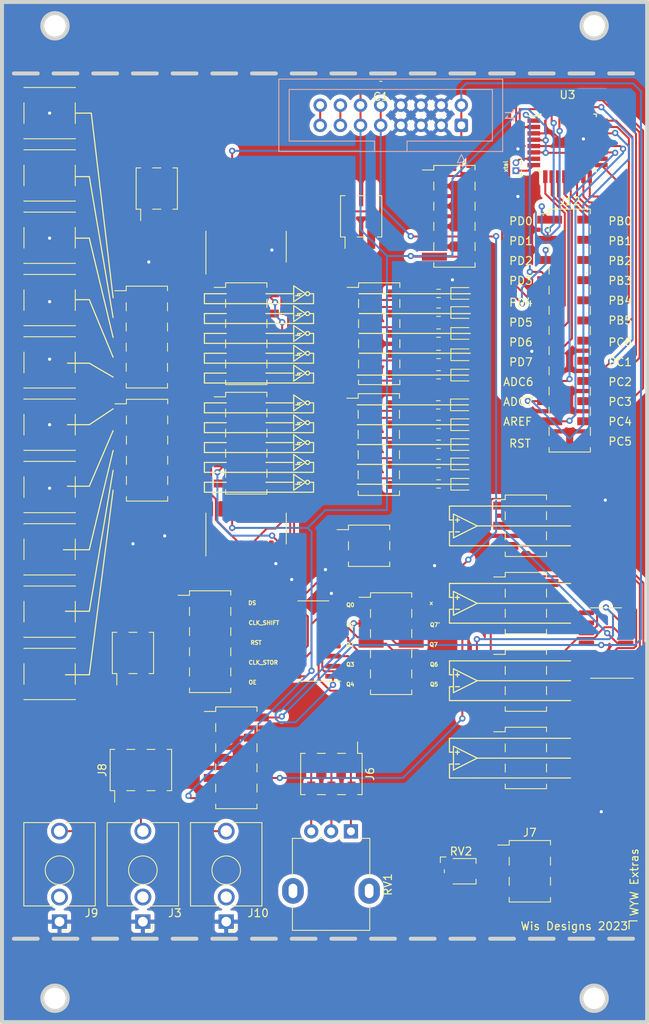
<source format=kicad_pcb>
(kicad_pcb (version 20221018) (generator pcbnew)
  (layers (0 "F.Cu" signal) (31 "B.Cu" signal) (34 "B.Paste" user) (35 "F.Paste" user) (36 "B.SilkS" user "B.Silkscreen") (37 "F.SilkS" user "F.Silkscreen") (38 "B.Mask" user) (39 "F.Mask" user) (44 "Edge.Cuts" user))
  (net 0 "")
  (net 1 "GND")
  (net 2 "+5V")
  (net 3 "Net-(D1-K)")
  (net 4 "Net-(D1-A)")
  (net 5 "Net-(D2-K)")
  (net 6 "Net-(D2-A)")
  (net 7 "Net-(D3-K)")
  (net 8 "Net-(D3-A)")
  (net 9 "Net-(D4-K)")
  (net 10 "Net-(D4-A)")
  (net 11 "Net-(D5-K)")
  (net 12 "Net-(D5-A)")
  (net 13 "Net-(D6-K)")
  (net 14 "Net-(D6-A)")
  (net 15 "Net-(D7-K)")
  (net 16 "Net-(D7-A)")
  (net 17 "Net-(D8-K)")
  (net 18 "Net-(D8-A)")
  (net 19 "Net-(D9-K)")
  (net 20 "Net-(D9-A)")
  (net 21 "Net-(D10-K)")
  (net 22 "Net-(D10-A)")
  (net 23 "-12V")
  (net 24 "+12V")
  (net 25 "Net-(J1-CV_L)")
  (net 26 "Net-(J1-GATE_L)")
  (net 27 "Net-(J2-Pin_1)")
  (net 28 "Net-(J2-Pin_2)")
  (net 29 "Net-(J2-Pin_3)")
  (net 30 "Net-(J2-Pin_4)")
  (net 31 "Net-(J2-Pin_5)")
  (net 32 "Net-(J2-Pin_6)")
  (net 33 "Net-(J2-Pin_7)")
  (net 34 "Net-(J2-Pin_8)")
  (net 35 "Net-(J2-Pin_9)")
  (net 36 "Net-(J2-Pin_10)")
  (net 37 "Net-(J8-Pin_3)")
  (net 39 "Net-(J5-Pin_1)")
  (net 40 "Net-(J5-Pin_3)")
  (net 41 "Net-(J5-Pin_5)")
  (net 42 "Net-(J5-Pin_7)")
  (net 43 "Net-(J5-Pin_9)")
  (net 44 "Net-(J6-Pin_1)")
  (net 45 "Net-(J6-Pin_3)")
  (net 46 "Net-(J6-Pin_5)")
  (net 47 "Net-(J7-Pin_1)")
  (net 48 "Net-(J7-Pin_3)")
  (net 49 "Net-(J7-Pin_5)")
  (net 50 "Net-(J8-Pin_1)")
  (net 51 "Net-(J8-Pin_5)")
  (net 54 "Net-(J11-Pin_1)")
  (net 55 "Net-(J11-Pin_2)")
  (net 56 "Net-(J11-Pin_3)")
  (net 57 "Net-(J11-Pin_4)")
  (net 58 "Net-(J11-Pin_5)")
  (net 59 "Net-(J11-Pin_6)")
  (net 60 "Net-(J11-Pin_7)")
  (net 61 "Net-(J11-Pin_8)")
  (net 62 "Net-(J11-Pin_9)")
  (net 63 "Net-(J11-Pin_10)")
  (net 64 "PD0")
  (net 65 "PB0")
  (net 66 "PD1")
  (net 67 "PB1")
  (net 68 "PD2")
  (net 69 "PB2")
  (net 70 "PD3")
  (net 71 "PB3")
  (net 72 "PD4")
  (net 73 "PB4")
  (net 74 "PD5")
  (net 75 "PB5")
  (net 76 "PD6")
  (net 77 "PC0")
  (net 78 "PD7")
  (net 79 "PC1")
  (net 80 "ADC6")
  (net 81 "PC2")
  (net 82 "ADC7")
  (net 83 "PC3")
  (net 84 "AREF")
  (net 85 "PC4")
  (net 86 "RST")
  (net 87 "PC5")
  (net 88 "Net-(J13-Pin_1)")
  (net 89 "Net-(J13-Pin_2)")
  (net 90 "Net-(J13-Pin_3)")
  (net 91 "Net-(J13-Pin_4)")
  (net 92 "Net-(J13-Pin_5)")
  (net 93 "Net-(J13-Pin_6)")
  (net 94 "Net-(J13-Pin_7)")
  (net 95 "Net-(J13-Pin_8)")
  (net 96 "Net-(J13-Pin_9)")
  (net 97 "Net-(J13-Pin_10)")
  (net 98 "Net-(J14-Pin_1)")
  (net 99 "Net-(J14-Pin_2)")
  (net 100 "Net-(J14-Pin_3)")
  (net 101 "Net-(J14-Pin_4)")
  (net 102 "Net-(J14-Pin_5)")
  (net 103 "Net-(J14-Pin_6)")
  (net 104 "Net-(J14-Pin_7)")
  (net 105 "Net-(J14-Pin_8)")
  (net 106 "Net-(J14-Pin_9)")
  (net 107 "Net-(J14-Pin_10)")
  (net 108 "Net-(J15-Pin_1)")
  (net 109 "Net-(J17-Pin_1)")
  (net 110 "Net-(J17-Pin_3)")
  (net 111 "Net-(J17-Pin_5)")
  (net 112 "Net-(J17-Pin_7)")
  (net 113 "Net-(J17-Pin_10)")
  (net 114 "Net-(J18-Pin_1)")
  (net 116 "Net-(J18-Pin_3)")
  (net 117 "Net-(J18-Pin_4)")
  (net 118 "Net-(J18-Pin_5)")
  (net 119 "Net-(J18-Pin_6)")
  (net 120 "Net-(J18-Pin_7)")
  (net 121 "Net-(J18-Pin_8)")
  (net 122 "Net-(J18-Pin_9)")
  (net 123 "Net-(J18-Pin_10)")
  (net 124 "Net-(J19-Pin_1)")
  (net 125 "Net-(J20-Pin_1)")
  (net 126 "Net-(J21-Pin_1)")
  (net 127 "Net-(J25-Pin_1)")
  (net 128 "Net-(J25-Pin_3)")
  (net 129 "Net-(J25-Pin_5)")
  (net 130 "Net-(J25-Pin_7)")
  (net 131 "Net-(J25-Pin_9)")
  (net 134 "XTAL1")
  (net 135 "XTAL2")
  (net 138 "Net-(J4-Pin_1)")
  (net 139 "Net-(J15-Pin_3)")
  (net 140 "Net-(J15-Pin_5)")
  (net 141 "Net-(J19-Pin_3)")
  (net 142 "Net-(J19-Pin_5)")
  (net 143 "Net-(J20-Pin_3)")
  (net 144 "Net-(J20-Pin_5)")
  (net 145 "Net-(J21-Pin_3)")
  (net 146 "Net-(J21-Pin_5)")
  (net 147 "Net-(J26-Pin_1)")
  (net 148 "Net-(J27-Pin_1)")
  (net 149 "Net-(J28-Pin_1)")
  (footprint "Capacitor_SMD:C_0603_1608Metric" (layer "F.Cu") (at 67.725 30.5 180)
    (fp_text reference "C1")
    (fp_text value "100n")
  )
  (footprint "Connector_PinHeader_2.54mm:PinHeader_2x05_P2.54mm_Vertical_SMD" (layer "F.Cu") (at 50.775 61.79)
    (fp_text reference "J2" hide)
    (fp_text value "02x05")
  )
  (footprint "LED_SMD:LED_0603_1608Metric" (layer "F.Cu") (at 78.0375 75.75)
    (fp_text reference "D8" hide)
    (fp_text value "LED_BLUE" hide)
  )
  (footprint "Button_Switch_SMD:SW_SPST_PTS645" (layer "F.Cu") (at 26 88.95)
    (fp_text reference "SW8" hide)
    (fp_text value "SW_SPST")
  )
  (footprint "Package_SO:SOIC-16_3.9x9.9mm_P1.27mm" (layer "F.Cu") (at 59.225 100.5 180)
    (fp_text reference "U5" hide)
    (fp_text value "74HC595 8bit Shift Register" hide)
  )
  (footprint "Connector_PinHeader_2.54mm:PinHeader_2x03_P2.54mm_Vertical_SMD" (layer "F.Cu") (at 86 115.23)
    (fp_text reference "J21" hide)
    (fp_text value "02x03")
  )
  (footprint "Connector_PinHeader_2.54mm:PinHeader_2x05_P2.54mm_Vertical_SMD" (layer "F.Cu") (at 49.525 115.21)
    (fp_text reference "J30" hide)
    (fp_text value "02x05" hide)
  )
  (footprint "Button_Switch_SMD:SW_SPST_PTS645" (layer "F.Cu") (at 26 81.1)
    (fp_text reference "SW7" hide)
    (fp_text value "SW_SPST")
  )
  (footprint "Button_Switch_SMD:SW_SPST_PTS645" (layer "F.Cu") (at 26 41.85)
    (fp_text reference "SW2" hide)
    (fp_text value "SW_SPST")
  )
  (footprint "Button_Switch_SMD:SW_SPST_PTS645" (layer "F.Cu") (at 26 104.65)
    (fp_text reference "SW10" hide)
    (fp_text value "SW_SPST")
  )
  (footprint "Connector_PinHeader_2.54mm:PinHeader_2x02_P2.54mm_Vertical_SMD" (layer "F.Cu") (at 36.5 102 90)
    (fp_text reference "J4" hide)
    (fp_text value "02x02" hide)
  )
  (footprint "Connector_PinHeader_2.54mm:PinHeader_2x05_P2.54mm_Vertical_SMD" (layer "F.Cu") (at 69.025 100.83)
    (fp_text reference "J18" hide)
    (fp_text value "02x05" hide)
  )
  (footprint "Package_QFP:TQFP-32_7x7mm_P0.8mm" (layer "F.Cu") (at 91.25 37.75)
    (fp_text reference "U3")
    (fp_text value "Atmega328P-AU")
  )
  (footprint "Connector_PinHeader_2.54mm:PinHeader_2x05_P2.54mm_Vertical_SMD" (layer "F.Cu") (at 38.25 62.21)
    (fp_text reference "J13" hide)
    (fp_text value "02x05")
  )
  (footprint "Button_Switch_SMD:SW_SPST_PTS645" (layer "F.Cu") (at 26 34)
    (fp_text reference "SW1" hide)
    (fp_text value "SW_SPST")
  )
  (footprint "Resistor_SMD:R_0603_1608Metric" (layer "F.Cu") (at 75 66.96 180)
    (fp_text reference "R5" hide)
    (fp_text value "1k" hide)
  )
  (footprint "Connector_PinHeader_2.54mm:PinHeader_2x02_P2.54mm_Vertical_SMD" (layer "F.Cu") (at 39.5 43.5 90)
    (fp_text reference "J26" hide)
    (fp_text value "02x02" hide)
  )
  (footprint "Resistor_SMD:R_0603_1608Metric" (layer "F.Cu") (at 74.9625 70.75 180)
    (fp_text reference "R6" hide)
    (fp_text value "1k" hide)
  )
  (footprint "Connector_Audio:Jack_3.5mm_QingPu_WQP-PJ398SM_Vertical_CircularHoles" (layer "F.Cu") (at 27.25 135.85 180)
    (fp_text reference "J9")
    (fp_text value "Thonkiconn")
  )
  (footprint "Connector_PinHeader_2.54mm:PinHeader_2x03_P2.54mm_Vertical_SMD" (layer "F.Cu") (at 86 85.98)
    (fp_text reference "J15" hide)
    (fp_text value "02x03" hide)
  )
  (footprint "Resistor_SMD:R_0603_1608Metric" (layer "F.Cu") (at 75 59.08 180)
    (fp_text reference "R2" hide)
    (fp_text value "1k" hide)
  )
  (footprint "Connector_PinHeader_2.54mm:PinHeader_2x03_P2.54mm_Vertical_SMD" (layer "F.Cu") (at 86.5 129.5)
    (fp_text reference "J7")
    (fp_text value "02x03")
  )
  (footprint "Resistor_SMD:R_0603_1608Metric" (layer "F.Cu") (at 75 64.4 180)
    (fp_text reference "R4" hide)
    (fp_text value "1k" hide)
  )
  (footprint "LED_SMD:LED_0603_1608Metric" (layer "F.Cu") (at 78.0375 56.71)
    (fp_text reference "D1" hide)
    (fp_text value "LED_BLUE" hide)
  )
  (footprint "LED_SMD:LED_0603_1608Metric" (layer "F.Cu") (at 78.0375 64.44)
    (fp_text reference "D4" hide)
    (fp_text value "LED_BLUE" hide)
  )
  (footprint "Resistor_SMD:R_0603_1608Metric" (layer "F.Cu") (at 75 78.15 180)
    (fp_text reference "R9" hide)
    (fp_text value "1k" hide)
  )
  (footprint "LED_SMD:LED_0603_1608Metric" (layer "F.Cu") (at 78.0375 61.75)
    (fp_text reference "D3" hide)
    (fp_text value "LED_BLUE" hide)
  )
  (footprint "Package_SO:SOIC-16_3.9x9.9mm_P1.27mm" (layer "F.Cu") (at 50.75 86.33 90)
    (fp_text reference "U4" hide)
    (fp_text value "CD40106")
  )
  (footprint "Connector_PinHeader_2.54mm:PinHeader_2x03_P2.54mm_Vertical_SMD" (layer "F.Cu") (at 86 95.73)
    (fp_text reference "J19" hide)
    (fp_text value "02x03" hide)
  )
  (footprint "Resistor_SMD:R_0603_1608Metric" (layer "F.Cu") (at 75 75.71 180)
    (fp_text reference "R8" hide)
    (fp_text value "1k" hide)
  )
  (footprint "Connector_PinHeader_2.54mm:PinHeader_2x03_P2.54mm_Vertical_SMD" (layer "F.Cu") (at 37.5 116.75 90)
    (fp_text reference "J8")
    (fp_text value "02x03")
  )
  (footprint "Connector_PinHeader_2.54mm:PinHeader_2x05_P2.54mm_Vertical_SMD" (layer "F.Cu") (at 67.525 61.79)
    (fp_text reference "J5" hide)
    (fp_text value "02x05")
  )
  (footprint "Connector_PinHeader_2.54mm:PinHeader_2x02_P2.54mm_Vertical_SMD" (layer "F.Cu") (at 66.25 88.5)
    (fp_text reference "J27" hide)
    (fp_text value "02x02" hide)
  )
  (footprint "Connector_PinHeader_1.00mm:PinHeader_1x02_P1.00mm_Vertical" (layer "F.Cu") (at 84.75 41.25 180)
    (fp_text reference "J16" hide)
    (fp_text value "Conn_01x02_Pin" hide)
  )
  (footprint "Connector_PinHeader_2.54mm:PinHeader_2x05_P2.54mm_Vertical_SMD" (layer "F.Cu") (at 38.275 76.46)
    (fp_text reference "J14" hide)
    (fp_text value "02x05")
  )
  (footprint "Resistor_SMD:R_0603_1608Metric" (layer "F.Cu") (at 75 56.71 180)
    (fp_text reference "R1" hide)
    (fp_text value "1k" hide)
  )
  (footprint "Connector_PinHeader_2.54mm:PinHeader_2x05_P2.54mm_Vertical_SMD" (layer "F.Cu") (at 50.775 75.58)
    (fp_text reference "J11" hide)
    (fp_text value "02x05")
  )
  (footprint "Button_Switch_SMD:SW_SPST_PTS645" (layer "F.Cu") (at 26 65.4)
    (fp_text reference "SW5" hide)
    (fp_text value "SW_SPST")
  )
  (footprint "Connector_PinHeader_2.54mm:PinHeader_2x05_P2.54mm_Vertical_SMD" (layer "F.Cu") (at 67.475 75.75)
    (fp_text reference "J25" hide)
    (fp_text value "02x05")
  )
  (footprint "Button_Switch_SMD:SW_SPST_PTS645" (layer "F.Cu") (at 26 96.8)
    (fp_text reference "SW9" hide)
    (fp_text value "SW_SPST")
  )
  (footprint "Connector_PinHeader_2.54mm:PinHeader_2x12_P2.54mm_Vertical_SMD" (layer "F.Cu") (at 91.525 61.39)
    (fp_text reference "J12")
    (fp_text value "02x12")
  )
  (footprint "Button_Switch_SMD:SW_SPST_PTS645" (layer "F.Cu") (at 26 73.25)
    (fp_text reference "SW6" hide)
    (fp_text value "SW_SPST")
  )
  (footprint "Button_Switch_SMD:SW_SPST_PTS645" (layer "F.Cu") (at 26 57.55)
    (fp_text reference "SW4" hide)
    (fp_text value "SW_SPST")
  )
  (footprint "Connector_PinHeader_2.54mm:PinHeader_2x05_P2.54mm_Vertical_SMD" (layer "F.Cu") (at 46.225 100.58)
    (fp_text reference "J17" hide)
    (fp_text value "02x05" hide)
  )
  (footprint "Potentiometer_THT:Potentiometer_Alpha_RD901F-40-00D_Single_Vertical" (layer "F.Cu") (at 63.96 124.475 -90)
    (fp_text reference "RV1")
    (fp_text value "AlphaPot")
  )
  (footprint "Resistor_SMD:R_0603_1608Metric" (layer "F.Cu") (at 75 61.71 180)
    (fp_text reference "R3" hide)
    (fp_text value "1k" hide)
  )
  (footprint "Connector_Audio:Jack_3.5mm_QingPu_WQP-PJ398SM_Vertical_CircularHoles" (layer "F.Cu") (at 48.25 135.85 180)
    (fp_text reference "J10")
    (fp_text value "Thonkiconn")
  )
  (footprint "Button_Switch_SMD:SW_SPST_PTS645" (layer "F.Cu") (at 26 49.7)
    (fp_text reference "SW3" hide)
    (fp_text value "SW_SPST")
  )
  (footprint "LED_SMD:LED_0603_1608Metric" (layer "F.Cu") (at 78.0375 59.12)
    (fp_text reference "D2" hide)
    (fp_text value "LED_BLUE" hide)
  )
  (footprint "Connector_PinHeader_2.54mm:PinHeader_2x05_P2.54mm_Vertical_SMD" (layer "F.Cu") (at 77 47)
    (fp_text reference "J29" hide)
    (fp_text value "02x05" hide)
  )
  (footprint "Potentiometer_SMD:Potentiometer_Bourns_TC33X_Vertical" (layer "F.Cu") (at 77.825 129.5)
    (fp_text reference "RV2")
    (fp_text value "R_Potentiometer_Trim_US")
  )
  (footprint "Connector_PinHeader_2.54mm:PinHeader_2x03_P2.54mm_Vertical_SMD" (layer "F.Cu") (at 86 105.48)
    (fp_text reference "J20" hide)
    (fp_text value "02x03" hide)
  )
  (footprint "LED_SMD:LED_0603_1608Metric" (layer "F.Cu") (at 78.0375 78.19)
    (fp_text reference "D9" hide)
    (fp_text value "LED_BLUE" hide)
  )
  (footprint "LED_SMD:LED_0603_1608Metric" (layer "F.Cu") (at 78 70.75)
    (fp_text reference "D6" hide)
    (fp_text value "LED_BLUE" hide)
  )
  (footprint "LED_SMD:LED_0603_1608Metric" (layer "F.Cu") (at 78.0375 80.75)
    (fp_text reference "D10" hide)
    (fp_text value "LED_BLUE" hide)
  )
  (footprint "Resistor_SMD:R_0603_1608Metric" (layer "F.Cu") (at 75 73.21 180)
    (fp_text reference "R7" hide)
    (fp_text value "1k" hide)
  )
  (footprint "LED_SMD:LED_0603_1608Metric" (layer "F.Cu") (at 78.0375 67)
    (fp_text reference "D5" hide)
    (fp_text value "LED_BLUE" hide)
  )
  (footprint "LED_SMD:LED_0603_1608Metric" (layer "F.Cu") (at 78.0375 73.25)
    (fp_text reference "D7" hide)
    (fp_text value "LED_BLUE" hide)
  )
  (footprint "Connector_PinHeader_2.54mm:PinHeader_2x02_P2.54mm_Vertical_SMD" (layer "F.Cu") (at 65.25 47 90)
    (fp_text reference "J28" hide)
    (fp_text value "02x02" hide)
  )
  (footprint "Connector_Audio:Jack_3.5mm_QingPu_WQP-PJ398SM_Vertical_CircularHoles" (layer "F.Cu") (at 37.75 135.85 180)
    (fp_text reference "J3")
    (fp_text value "Thonkiconn")
  )
  (footprint "Connector_PinHeader_2.54mm:PinHeader_2x03_P2.54mm_Vertical_SMD" (layer "F.Cu") (at 61.5 117.25 -90)
    (fp_text reference "J6")
    (fp_text value "02x03")
  )
  (footprint "Package_SO:SOIC-16_3.9x9.9mm_P1.27mm" (layer "F.Cu") (at 50.75 50.83 90)
    (fp_text reference "U1" hide)
    (fp_text value "CD40106")
  )
  (footprint "Package_SO:SOIC-14_3.9x8.7mm_P1.27mm" (layer "F.Cu") (at 96.1 100.75 180)
    (fp_text reference "U2" hide)
    (fp_text value "TL074")
  )
  (footprint "Resistor_SMD:R_0603_1608Metric" (layer "F.Cu") (at 75 80.71 180)
    (fp_text reference "R10" hide)
    (fp_text value "1k" hide)
  )
  (footprint "Connector_IDC:IDC-Header_2x08_P2.54mm_Vertical" (layer "B.Cu") (at 77.87 35.54 90)
    (fp_text reference "J1")
    (fp_text value "EuroPower16")
  )
  (gr_line (start 76.375 95) (end 76.875 95) (stroke (width 0.15)) (layer "F.SilkS"))
  (gr_line (start 59.25 75.5) (end 59.25 76.75) (stroke (width 0.15)) (layer "F.SilkS"))
  (gr_line (start 79.875 88.5) (end 76.375 88.5) (stroke (width 0.15)) (layer "F.SilkS"))
  (gr_line (start 79.875 105.5) (end 91.625 105.5) (stroke (width 0.15)) (layer "F.SilkS"))
  (gr_line (start 57.5 67) (end 57.5 66.75) (stroke (width 0.15)) (layer "F.SilkS"))
  (gr_line (start 53.25 75.5) (end 56.75 75.5) (stroke (width 0.15)) (layer "F.SilkS"))
  (gr_line (start 56.75 69.5) (end 56.75 71.5) (stroke (width 0.15)) (layer "F.SilkS"))
  (gr_line (start 59.25 61.75) (end 59.25 63) (stroke (width 0.15)) (layer "F.SilkS"))
  (gr_line (start 58.25 61.75) (end 56.75 62.75) (stroke (width 0.15)) (layer "F.SilkS"))
  (gr_line (start 77.125 116) (end 77.625 116) (stroke (width 0.15)) (layer "F.SilkS"))
  (gr_line (start 56.75 79.5) (end 56.75 81.5) (stroke (width 0.15)) (layer "F.SilkS"))
  (gr_line (start 53.25 61.75) (end 56.75 61.75) (stroke (width 0.15)) (layer "F.SilkS"))
  (gr_line (start 31 65.5) (end 28.25 65.5) (stroke (width 0.15)) (layer "F.SilkS"))
  (gr_line (start 57.5 70.5) (end 57.25 70.5) (stroke (width 0.15)) (layer "F.SilkS"))
  (gr_line (start 79.875 108) (end 76.375 108) (stroke (width 0.15)) (layer "F.SilkS"))
  (gr_line (start 45.5 70.5) (end 48.25 70.5) (stroke (width 0.15)) (layer "F.SilkS"))
  (gr_line (start 79.875 98.25) (end 76.375 98.25) (stroke (width 0.15)) (layer "F.SilkS"))
  (gr_line (start 31 42) (end 29.25 42) (stroke (width 0.15)) (layer "F.SilkS"))
  (gr_line (start 79.875 93.25) (end 91.625 93.25) (stroke (width 0.15)) (layer "F.SilkS"))
  (gr_line (start 59.25 60.5) (end 45.5 60.5) (stroke (width 0.15)) (layer "F.SilkS"))
  (gr_line (start 57.5 64.25) (end 57.75 64.25) (stroke (width 0.15)) (layer "F.SilkS"))
  (gr_line (start 31 57.5) (end 34 64.75) (stroke (width 0.15)) (layer "F.SilkS"))
  (gr_line (start 57.5 75.5) (end 57.75 75.5) (stroke (width 0.15)) (layer "F.SilkS"))
  (gr_line (start 57.5 78) (end 57.75 78) (stroke (width 0.15)) (layer "F.SilkS"))
  (gr_line (start 76.375 114.5) (end 76.875 114.5) (stroke (width 0.15)) (layer "F.SilkS"))
  (gr_line (start 76.375 116) (end 76.875 116) (stroke (width 0.15)) (layer "F.SilkS"))
  (gr_line (start 79.875 108) (end 91.625 108) (stroke (width 0.15)) (layer "F.SilkS"))
  (gr_line (start 59.25 68) (end 45.5 68) (stroke (width 0.15)) (layer "F.SilkS"))
  (gr_line (start 79.875 86) (end 76.875 84.5) (stroke (width 0.15)) (layer "F.SilkS"))
  (gr_line (start 57.5 57) (end 57.5 56.75) (stroke (width 0.15)) (layer "F.SilkS"))
  (gr_line (start 34 74) (end 31 81) (stroke (width 0.15)) (layer "F.SilkS"))
  (gr_line (start 79.875 86) (end 91.625 86) (stroke (width 0.15)) (layer "F.SilkS"))
  (gr_line (start 79.875 115.25) (end 76.875 113.75) (stroke (width 0.15)) (layer "F.SilkS"))
  (gr_line (start 76.875 94.25) (end 76.875 97.25) (stroke (width 0.15)) (layer "F.SilkS"))
  (gr_line (start 57.5 70.75) (end 57.5 70.5) (stroke (width 0.15)) (layer "F.SilkS"))
  (gr_line (start 57.25 75.5) (end 57.25 75.75) (stroke (width 0.15)) (layer "F.SilkS"))
  (gr_line (start 59.25 81.75) (end 45.5 81.75) (stroke (width 0.15)) (layer "F.SilkS"))
  (gr_line (start 76.375 98.25) (end 76.375 96.5) (stroke (width 0.15)) (layer "F.SilkS"))
  (gr_line (start 77.125 114.5) (end 77.625 114.5) (stroke (width 0.15)) (layer "F.SilkS"))
  (gr_line (start 79.875 112.75) (end 91.625 112.75) (stroke (width 0.15)) (layer "F.SilkS"))
  (gr_line (start 58.25 59.25) (end 56.75 60.25) (stroke (width 0.15)) (layer "F.SilkS"))
  (gr_line (start 57 64.5) (end 57.5 64.5) (stroke (width 0.15)) (layer "F.SilkS"))
  (gr_line (start 56.75 69.5) (end 58.25 70.5) (stroke (width 0.15)) (layer "F.SilkS"))
  (gr_line (start 56.75 77) (end 58.25 78) (stroke (width 0.15)) (layer "F.SilkS"))
  (gr_line (start 79.875 105.5) (end 76.875 104) (stroke (width 0.15)) (layer "F.SilkS"))
  (gr_line (start 45.5 64.25) (end 48.25 64.25) (stroke (width 0.15)) (layer "F.SilkS"))
  (gr_line (start 57.5 73) (end 57.25 73) (stroke (width 0.15)) (layer "F.SilkS"))
  (gr_line (start 58.75 59.25) (end 59.25 59.25) (stroke (width 0.15)) (layer "F.SilkS"))
  (gr_circle (center 58.5 59.25) (end 58.5 59.5) (stroke (width 0.15)) (fill none) (layer "F.SilkS"))
  (gr_line (start 57.5 78) (end 57.25 78) (stroke (width 0.15)) (layer "F.SilkS"))
  (gr_line (start 79.875 83.5) (end 76.375 83.5) (stroke (width 0.15)) (layer "F.SilkS"))
  (gr_line (start 45.5 80.5) (end 48.25 80.5) (stroke (width 0.15)) (layer "F.SilkS"))
  (gr_line (start 57.5 66.75) (end 57.75 66.75) (stroke (width 0.15)) (layer "F.SilkS"))
  (gr_line (start 77.125 85.25) (end 77.625 85.25) (stroke (width 0.15)) (layer "F.SilkS"))
  (gr_line (start 31 73.25) (end 28.25 73.25) (stroke (width 0.15)) (layer "F.SilkS"))
  (gr_line (start 58.75 64.25) (end 59.25 64.25) (stroke (width 0.15)) (layer "F.SilkS"))
  (gr_circle (center 58.5 56.75) (end 58.5 57) (stroke (width 0.15)) (fill none) (layer "F.SilkS"))
  (gr_line (start 45.5 73) (end 48.25 73) (stroke (width 0.15)) (layer "F.SilkS"))
  (gr_line (start 58.25 66.75) (end 56.75 67.75) (stroke (width 0.15)) (layer "F.SilkS"))
  (gr_line (start 56.75 58.25) (end 56.75 60.25) (stroke (width 0.15)) (layer "F.SilkS"))
  (gr_line (start 57.25 64.25) (end 57.25 64.5) (stroke (width 0.15)) (layer "F.SilkS"))
  (gr_line (start 57.5 80.75) (end 57.5 80.5) (stroke (width 0.15)) (layer "F.SilkS"))
  (gr_line (start 64.75 70.75) (end 78.75 70.75) (stroke (width 0.15)) (layer "F.SilkS"))
  (gr_line (start 57 80.75) (end 57.5 80.75) (stroke (width 0.15)) (layer "F.SilkS"))
  (gr_line (start 59.25 64.25) (end 59.25 65.5) (stroke (width 0.15)) (layer "F.SilkS"))
  (gr_line (start 79.875 88.5) (end 91.625 88.5) (stroke (width 0.15)) (layer "F.SilkS"))
  (gr_line (start 77.125 96.5) (end 77.625 96.5) (stroke (width 0.15)) (layer "F.SilkS"))
  (gr_line (start 59.25 74.25) (end 45.5 74.25) (stroke (width 0.15)) (layer "F.SilkS"))
  (gr_line (start 45.5 56.75) (end 48.25 56.75) (stroke (width 0.15)) (layer "F.SilkS"))
  (gr_line (start 59.25 70.5) (end 59.25 71.75) (stroke (width 0.15)) (layer "F.SilkS"))
  (gr_line (start 59.25 71.75) (end 45.5 71.75) (stroke (width 0.15)) (layer "F.SilkS"))
  (gr_line (start 76.375 103) (end 76.375 104.75) (stroke (width 0.15)) (layer "F.SilkS"))
  (gr_line (start 56.75 72) (end 58.25 73) (stroke (width 0.15)) (layer "F.SilkS"))
  (gr_line (start 76.875 97.25) (end 79.875 95.75) (stroke (width 0.15)) (layer "F.SilkS"))
  (gr_line (start 65 61.75) (end 79 61.75) (stroke (width 0.15)) (layer "F.SilkS"))
  (gr_line (start 34 79) (end 31 96.75) (stroke (width 0.15)) (layer "F.SilkS"))
  (gr_line (start 57.5 73) (end 57.75 73) (stroke (width 0.15)) (layer "F.SilkS"))
  (gr_line (start 57.5 75.75) (end 57.5 75.5) (stroke (width 0.15)) (layer "F.SilkS"))
  (gr_line (start 79.875 83.5) (end 91.625 83.5) (stroke (width 0.15)) (layer "F.SilkS"))
  (gr_line (start 56.75 55.75) (end 58.25 56.75) (stroke (width 0.15)) (layer "F.SilkS"))
  (gr_line (start 31 57.5) (end 29.25 57.5) (stroke (width 0.15)) (layer "F.SilkS"))
  (gr_line (start 56.75 79.5) (end 58.25 80.5) (stroke (width 0.15)) (layer "F.SilkS"))
  (gr_line (start 77.125 106.25) (end 77.625 106.25) (stroke (width 0.15)) (layer "F.SilkS"))
  (gr_line (start 57.5 64.5) (end 57.5 64.25) (stroke (width 0.15)) (layer "F.SilkS"))
  (gr_line (start 76.375 83.5) (end 76.375 85.25) (stroke (width 0.15)) (layer "F.SilkS"))
  (gr_line (start 56.75 72) (end 56.75 74) (stroke (width 0.15)) (layer "F.SilkS"))
  (gr_circle (center 58.5 66.75) (end 58.5 67) (stroke (width 0.15)) (fill none) (layer "F.SilkS"))
  (gr_line (start 77.125 104.75) (end 77.625 104.75) (stroke (width 0.15)) (layer "F.SilkS"))
  (gr_line (start 45.5 66.75) (end 48.25 66.75) (stroke (width 0.15)) (layer "F.SilkS"))
  (gr_line (start 45.5 71.75) (end 45.5 70.5) (stroke (width 0.15)) (layer "F.SilkS"))
  (gr_circle (center 58.5 73) (end 58.5 73.25) (stroke (width 0.15)) (fill none) (layer "F.SilkS"))
  (gr_line (start 79.875 95.75) (end 76.875 94.25) (stroke (width 0.15)) (layer "F.SilkS"))
  (gr_line (start 57.25 61.75) (end 57.25 62) (stroke (width 0.15)) (layer "F.SilkS"))
  (gr_line (start 57.25 70.5) (end 57.25 70.75) (stroke (width 0.15)) (layer "F.SilkS"))
  (gr_line (start 57.25 73) (end 57.25 73.25) (stroke (width 0.15)) (layer "F.SilkS"))
  (gr_line (start 76.375 88.5) (end 76.375 86.75) (stroke (width 0.15)) (layer "F.SilkS"))
  (gr_line (start 58.75 78) (end 59.25 78) (stroke (width 0.15)) (layer "F.SilkS"))
  (gr_line (start 58.75 70.5) (end 59.25 70.5) (stroke (width 0.15)) (layer "F.SilkS"))
  (gr_line (start 34 67.25) (end 31 65.5) (stroke (width 0.15)) (layer "F.SilkS"))
  (gr_line (start 99 135.75) (end 99 136.75) (stroke (width 0.15)) (layer "F.SilkS"))
  (gr_line (start 45.5 59.25) (end 48.25 59.25) (stroke (width 0.15)) (layer "F.SilkS"))
  (gr_line (start 59.25 58) (end 45.5 58) (stroke (width 0.15)) (layer "F.SilkS"))
  (gr_line (start 59.25 78) (end 59.25 79.25) (stroke (width 0.15)) (layer "F.SilkS"))
  (gr_line (start 77.375 85) (end 77.375 85.5) (stroke (width 0.15)) (layer "F.SilkS"))
  (gr_line (start 58.25 75.5) (end 56.75 76.5) (stroke (width 0.15)) (layer "F.SilkS"))
  (gr_line (start 64.75 73.25) (end 78.75 73.25) (stroke (width 0.15)) (layer "F.SilkS"))
  (gr_line (start 57.5 80.5) (end 57.75 80.5) (stroke (width 0.15)) (layer "F.SilkS"))
  (gr_line (start 76.875 113.75) (end 76.875 116.75) (stroke (width 0.15)) (layer "F.SilkS"))
  (gr_line (start 57 62) (end 57.5 62) (stroke (width 0.15)) (layer "F.SilkS"))
  (gr_line (start 57.5 59.25) (end 57.75 59.25) (stroke (width 0.15)) (layer "F.SilkS"))
  (gr_line (start 59.25 63) (end 45.5 63) (stroke (width 0.15)) (layer "F.SilkS"))
  (gr_line (start 57.5 59.5) (end 57.5 59.25) (stroke (width 0.15)) (layer "F.SilkS"))
  (gr_line (start 77.375 114.25) (end 77.375 114.75) (stroke (width 0.15)) (layer "F.SilkS"))
  (gr_line (start 57 78.25) (end 57.5 78.25) (stroke (width 0.15)) (layer "F.SilkS"))
  (gr_line (start 79.875 117.75) (end 91.625 117.75) (stroke (width 0.15)) (layer "F.SilkS"))
  (gr_line (start 56.75 77) (end 56.75 79) (stroke (width 0.15)) (layer "F.SilkS"))
  (gr_line (start 45.5 63) (end 45.5 61.75) (stroke (width 0.15)) (layer "F.SilkS"))
  (gr_line (start 58.75 61.75) (end 59.25 61.75) (stroke (width 0.15)) (layer "F.SilkS"))
  (gr_line (start 76.375 85.25) (end 76.875 85.25) (stroke (width 0.15)) (layer "F.SilkS"))
  (gr_line (start 57.5 56.75) (end 57.75 56.75) (stroke (width 0.15)) (layer "F.SilkS"))
  (gr_line (start 45.5 65.5) (end 45.5 64.25) (stroke (width 0.15)) (layer "F.SilkS"))
  (gr_line (start 57.5 75.5) (end 57.25 75.5) (stroke (width 0.15)) (layer "F.SilkS"))
  (gr_line (start 58.75 75.5) (end 59.25 75.5) (stroke (width 0.15)) (layer "F.SilkS"))
  (gr_line (start 79.875 117.75) (end 76.375 117.75) (stroke (width 0.15)) (layer "F.SilkS"))
  (gr_line (start 31 81) (end 28.25 81) (stroke (width 0.15)) (layer "F.SilkS"))
  (gr_line (start 45.5 79.25) (end 45.5 78) (stroke (width 0.15)) (layer "F.SilkS"))
  (gr_line (start 57.5 56.75) (end 57.25 56.75) (stroke (width 0.15)) (layer "F.SilkS"))
  (gr_line (start 58.75 56.75) (end 59.25 56.75) (stroke (width 0.15)) (layer "F.SilkS"))
  (gr_line (start 53.25 66.75) (end 56.75 66.75) (stroke (width 0.15)) (layer "F.SilkS"))
  (gr_line (start 100 135.75) (end 99 135.75) (stroke (width 0.15)) (layer "F.SilkS"))
  (gr_line (start 57.25 80.5) (end 57.25 80.75) (stroke (width 0.15)) (layer "F.SilkS"))
  (gr_line (start 64.75 80.75) (end 78.75 80.75) (stroke (width 0.15)) (layer "F.SilkS"))
  (gr_line (start 57.5 78.25) (end 57.5 78) (stroke (width 0.15)) (layer "F.SilkS"))
  (gr_line (start 45.5 68) (end 45.5 66.75) (stroke (width 0.15)) (layer "F.SilkS"))
  (gr_line (start 58.25 73) (end 56.75 74) (stroke (width 0.15)) (layer "F.SilkS"))
  (gr_line (start 57 73.25) (end 57.5 73.25) (stroke (width 0.15)) (layer "F.SilkS"))
  (gr_line (start 31 96.75) (end 28 96.75) (stroke (width 0.15)) (layer "F.SilkS"))
  (gr_circle (center 58.5 70.5) (end 58.5 70.75) (stroke (width 0.15)) (fill none) (layer "F.SilkS"))
  (gr_line (start 76.375 106.25) (end 76.875 106.25) (stroke (width 0.15)) (layer "F.SilkS"))
  (gr_line (start 64.75 67) (end 78.75 67) (stroke (width 0.15)) (layer "F.SilkS"))
  (gr_line (start 57.25 59.25) (end 57.25 59.5) (stroke (width 0.15)) (layer "F.SilkS"))
  (gr_line (start 65 59.25) (end 79 59.25) (stroke (width 0.15)) (layer "F.SilkS"))
  (gr_line (start 31 49.75) (end 34 62.25) (stroke (width 0.15)) (layer "F.SilkS"))
  (gr_line (start 56.75 55.75) (end 56.75 57.75) (stroke (width 0.15)) (layer "F.SilkS"))
  (gr_line (start 45.5 81.75) (end 45.5 80.5) (stroke (width 0.15)) (layer "F.SilkS"))
  (gr_line (start 79.875 115.25) (end 91.625 115.25) (stroke (width 0.15)) (layer "F.SilkS"))
  (gr_line (start 58.75 73) (end 59.25 73) (stroke (width 0.15)) (layer "F.SilkS"))
  (gr_line (start 76.875 116.75) (end 79.875 115.25) (stroke (width 0.15)) (layer "F.SilkS"))
  (gr_line (start 34 57.25) (end 31.25 34) (stroke (width 0.15)) (layer "F.SilkS"))
  (gr_line (start 57.5 70.5) (end 57.75 70.5) (stroke (width 0.15)) (layer "F.SilkS"))
  (gr_circle (center 58.5 75.5) (end 58.5 75.75) (stroke (width 0.15)) (fill none) (layer "F.SilkS"))
  (gr_line (start 58.25 56.75) (end 56.75 57.75) (stroke (width 0.15)) (layer "F.SilkS"))
  (gr_line (start 53.25 73) (end 56.75 73) (stroke (width 0.15)) (layer "F.SilkS"))
  (gr_line (start 59.25 59.25) (end 59.25 60.5) (stroke (width 0.15)) (layer "F.SilkS"))
  (gr_line (start 77.125 86.75) (end 77.625 86.75) (stroke (width 0.15)) (layer "F.SilkS"))
  (gr_line (start 58.25 78) (end 56.75 79) (stroke (width 0.15)) (layer "F.SilkS"))
  (gr_line (start 45.5 61.75) (end 48.25 61.75) (stroke (width 0.15)) (layer "F.SilkS"))
  (gr_line (start 79.875 93.25) (end 76.375 93.25) (stroke (width 0.15)) (layer "F.SilkS"))
  (gr_line (start 31 49.75) (end 29.25 49.75) (stroke (width 0.15)) (layer "F.SilkS"))
  (gr_line (start 53.25 56.75) (end 56.75 56.75) (stroke (width 0.15)) (layer "F.SilkS"))
  (gr_line (start 56.75 74.5) (end 56.75 76.5) (stroke (width 0.15)) (layer "F.SilkS"))
  (gr_line (start 79.875 103) (end 76.375 103) (stroke (width 0.15)) (layer "F.SilkS"))
  (gr_line (start 59.25 66.75) (end 59.25 68) (stroke (width 0.15)) (layer "F.SilkS"))
  (gr_line (start 56.75 60.75) (end 58.25 61.75) (stroke (width 0.15)) (layer "F.SilkS"))
  (gr_line (start 57 67) (end 57.5 67) (stroke (width 0.15)) (layer "F.SilkS"))
  (gr_line (start 57.5 61.75) (end 57.75 61.75) (stroke (width 0.15)) (layer "F.SilkS"))
  (gr_line (start 34 71.25) (end 31 73.25) (stroke (width 0.15)) (layer "F.SilkS"))
  (gr_line (start 34 76.5) (end 31 89) (stroke (width 0.15)) (layer "F.SilkS"))
  (gr_line (start 76.375 104.75) (end 76.875 104.75) (stroke (width 0.15)) (layer "F.SilkS"))
  (gr_line (start 76.375 108) (end 76.375 106.25) (stroke (width 0.15)) (layer "F.SilkS"))
  (gr_line (start 57.25 56.75) (end 57.25 57) (stroke (width 0.15)) (layer "F.SilkS"))
  (gr_line (start 79.875 103) (end 91.625 103) (stroke (width 0.15)) (layer "F.SilkS"))
  (gr_line (start 57 59.5) (end 57.5 59.5) (stroke (width 0.15)) (layer "F.SilkS"))
  (gr_line (start 45.5 76.75) (end 45.5 75.5) (stroke (width 0.15)) (layer "F.SilkS"))
  (gr_line (start 76.375 117.75) (end 76.375 116) (stroke (width 0.15)) (layer "F.SilkS"))
  (gr_line (start 76.375 96.5) (end 76.875 96.5) (stroke (width 0.15)) (layer "F.SilkS"))
  (gr_line (start 58.25 64.25) (end 56.75 65.25) (stroke (width 0.15)) (layer "F.SilkS"))
  (gr_line (start 79.875 98.25) (end 91.625 98.25) (stroke (width 0.15)) (layer "F.SilkS"))
  (gr_line (start 59.25 76.75) (end 45.5 76.75) (stroke (width 0.15)) (layer "F.SilkS"))
  (gr_line (start 58.25 70.5) (end 56.75 71.5) (stroke (width 0.15)) (layer "F.SilkS"))
  (gr_line (start 45.5 78) (end 48.25 78) (stroke (width 0.15)) (layer "F.SilkS"))
  (gr_line (start 58.75 66.75) (end 59.25 66.75) (stroke (width 0.15)) (layer "F.SilkS"))
  (gr_line (start 31 89) (end 27.75 89) (stroke (width 0.15)) (layer "F.SilkS"))
  (gr_line (start 53.25 80.5) (end 56.75 80.5) (stroke (width 0.15)) (layer "F.SilkS"))
  (gr_line (start 59.25 56.75) (end 59.25 58) (stroke (width 0.15)) (layer "F.SilkS"))
  (gr_line (start 77.125 95) (end 77.625 95) (stroke (width 0.15)) (layer "F.SilkS"))
  (gr_line (start 76.375 93.25) (end 76.375 95) (stroke (width 0.15)) (layer "F.SilkS"))
  (gr_line (start 57.5 59.25) (end 57.25 59.25) (stroke (width 0.15)) (layer "F.SilkS"))
  (gr_line (start 76.875 104) (end 76.875 107) (stroke (width 0.15)) (layer "F.SilkS"))
  (gr_line (start 57.5 66.75) (end 57.25 66.75) (stroke (width 0.15)) (layer "F.SilkS"))
  (gr_line (start 57.25 66.75) (end 57.25 67) (stroke (width 0.15)) (layer "F.SilkS"))
  (gr_line (start 53.25 70.5) (end 56.75 70.5) (stroke (width 0.15)) (layer "F.SilkS"))
  (gr_line (start 76.375 112.75) (end 76.375 114.5) (stroke (width 0.15)) (layer "F.SilkS"))
  (gr_line (start 65 56.75) (end 79 56.75) (stroke (width 0.15)) (layer "F.SilkS"))
  (gr_line (start 57.5 62) (end 57.5 61.75) (stroke (width 0.15)) (layer "F.SilkS"))
  (gr_line (start 64.75 78.25) (end 78.75 78.25) (stroke (width 0.15)) (layer "F.SilkS"))
  (gr_line (start 76.875 87.5) (end 79.875 86) (stroke (width 0.15)) (layer "F.SilkS"))
  (gr_line (start 56.75 65.75) (end 58.25 66.75) (stroke (width 0.15)) (layer "F.SilkS"))
  (gr_line (start 56.75 63.25) (end 58.25 64.25) (stroke (width 0.15)) (layer "F.SilkS"))
  (gr_line (start 57.5 73.25) (end 57.5 73) (stroke (width 0.15)) (layer "F.SilkS"))
  (gr_circle (center 58.5 61.75) (end 58.5 62) (stroke (width 0.15)) (fill none) (layer "F.SilkS"))
  (gr_line (start 77.375 104.5) (end 77.375 105) (stroke (width 0.15)) (layer "F.SilkS"))
  (gr_line (start 59.25 79.25) (end 45.5 79.25) (stroke (width 0.15)) (layer "F.SilkS"))
  (gr_line (start 29.23 34) (end 31.25 34) (stroke (width 0.15)) (layer "F.SilkS"))
  (gr_line (start 56.75 74.5) (end 58.25 75.5) (stroke (width 0.15)) (layer "F.SilkS"))
  (gr_line (start 77.375 94.75) (end 77.375 95.25) (stroke (width 0.15)) (layer "F.SilkS"))
  (gr_line (start 45.5 74.25) (end 45.5 73) (stroke (width 0.15)) (layer "F.SilkS"))
  (gr_line (start 58.25 80.5) (end 56.75 81.5) (stroke (width 0.15)) (layer "F.SilkS"))
  (gr_line (start 45.5 58) (end 45.5 56.75) (stroke (width 0.15)) (layer "F.SilkS"))
  (gr_line (start 56.75 65.75) (end 56.75 67.75) (stroke (width 0.15)) (layer "F.SilkS"))
  (gr_line (start 76.875 84.5) (end 76.875 87.5) (stroke (width 0.15)) (layer "F.SilkS"))
  (gr_line (start 59.25 80.5) (end 59.25 81.75) (stroke (width 0.15)) (layer "F.SilkS"))
  (gr_line (start 57 70.75) (end 57.5 70.75) (stroke (width 0.15)) (layer "F.SilkS"))
  (gr_line (start 64.75 75.75) (end 78.75 75.75) (stroke (width 0.15)) (layer "F.SilkS"))
  (gr_line (start 53.25 64.25) (end 56.75 64.25) (stroke (width 0.15)) (layer "F.SilkS"))
  (gr_line (start 58.75 80.5) (end 59.25 80.5) (stroke (width 0.15)) (layer "F.SilkS"))
  (gr_line (start 57 57) (end 57.5 57) (stroke (width 0.15)) (layer "F.SilkS"))
  (gr_line (start 57.5 61.75) (end 57.25 61.75) (stroke (width 0.15)) (layer "F.SilkS"))
  (gr_line (start 57 75.75) (end 57.5 75.75) (stroke (width 0.15)) (layer "F.SilkS"))
  (gr_line (start 45.5 60.5) (end 45.5 59.25) (stroke (width 0.15)) (layer "F.SilkS"))
  (gr_line (start 31 42) (end 34 59.75) (stroke (width 0.15)) (layer "F.SilkS"))
  (gr_line (start 79.875 95.75) (end 91.625 95.75) (stroke (width 0.15)) (layer "F.SilkS"))
  (gr_line (start 59.25 73) (end 59.25 74.25) (stroke (width 0.15)) (layer "F.SilkS"))
  (gr_line (start 56.75 60.75) (end 56.75 62.75) (stroke (width 0.15)) (layer "F.SilkS"))
  (gr_line (start 57.5 64.25) (end 57.25 64.25) (stroke (width 0.15)) (layer "F.SilkS"))
  (gr_circle (center 58.5 80.5) (end 58.5 80.75) (stroke (width 0.15)) (fill none) (layer "F.SilkS"))
  (gr_line (start 56.75 63.25) (end 56.75 65.25) (stroke (width 0.15)) (layer "F.SilkS"))
  (gr_line (start 31 104.75) (end 28 104.75) (stroke (width 0.15)) (layer "F.SilkS"))
  (gr_circle (center 58.5 64.25) (end 58.5 64.5) (stroke (width 0.15)) (fill none) (layer "F.SilkS"))
  (gr_line (start 59.25 65.5) (end 45.5 65.5) (stroke (width 0.15)) (layer "F.SilkS"))
  (gr_line (start 53.25 78) (end 56.75 78) (stroke (width 0.15)) (layer "F.SilkS"))
  (gr_line (start 53.25 59.25) (end 56.75 59.25) (stroke (width 0.15)) (layer "F.SilkS"))
  (gr_line (start 57.25 78) (end 57.25 78.25) (stroke (width 0.15)) (layer "F.SilkS"))
  (gr_line (start 45.5 75.5) (end 48.25 75.5) (stroke (width 0.15)) (layer "F.SilkS"))
  (gr_line (start 34 81.5) (end 31 104.75) (stroke (width 0.15)) (layer "F.SilkS"))
  (gr_line (start 56.75 58.25) (end 58.25 59.25) (stroke (width 0.15)) (layer "F.SilkS"))
  (gr_line (start 79.875 112.75) (end 76.375 112.75) (stroke (width 0.15)) (layer "F.SilkS"))
  (gr_line (start 76.875 107) (end 79.875 105.5) (stroke (width 0.15)) (layer "F.SilkS"))
  (gr_circle (center 58.5 78) (end 58.5 78.25) (stroke (width 0.15)) (fill none) (layer "F.SilkS"))
  (gr_line (start 76.375 86.75) (end 76.875 86.75) (stroke (width 0.15)) (layer "F.SilkS"))
  (gr_line (start 65 64.25) (end 79 64.25) (stroke (width 0.15)) (layer "F.SilkS"))
  (gr_line (start 57.5 80.5) (end 57.25 80.5) (stroke (width 0.15)) (layer "F.SilkS"))
  (gr_line (start 51.5 138) (end 54.5 138) (stroke (width 0.5)) (layer "Edge.Cuts"))
  (gr_line (start 76.5 29) (end 79.5 29) (stroke (width 0.5)) (layer "Edge.Cuts"))
  (gr_line (start 31.5 138) (end 34.5 138) (stroke (width 0.5)) (layer "Edge.Cuts"))
  (gr_line (start 26.5 29) (end 29.5 29) (stroke (width 0.5)) (layer "Edge.Cuts"))
  (gr_line (start 21.5 138) (end 24.5 138) (stroke (width 0.5)) (layer "Edge.Cuts"))
  (gr_line (start 56.5 29) (end 59.5 29) (stroke (width 0.5)) (layer "Edge.Cuts"))
  (gr_line (start 91.5 29) (end 94.5 29) (stroke (width 0.5)) (layer "Edge.Cuts"))
  (gr_line (start 46.5 29) (end 49.5 29) (stroke (width 0.5)) (layer "Edge.Cuts"))
  (gr_line (start 71.5 29) (end 74.5 29) (stroke (width 0.5)) (layer "Edge.Cuts"))
  (gr_line (start 86.5 29) (end 89.5 29) (stroke (width 0.5)) (layer "Edge.Cuts"))
  (gr_line (start 81.5 29) (end 84.5 29) (stroke (width 0.5)) (layer "Edge.Cuts"))
  (gr_line (start 36.5 138) (end 39.5 138) (stroke (width 0.5)) (layer "Edge.Cuts"))
  (gr_circle (center 26.68 23) (end 26.68 24.6) (stroke (width 0.5)) (fill none) (layer "Edge.Cuts"))
  (gr_line (start 26.5 138) (end 29.5 138) (stroke (width 0.5)) (layer "Edge.Cuts"))
  (gr_line (start 81.5 138) (end 84.5 138) (stroke (width 0.5)) (layer "Edge.Cuts"))
  (gr_line (start 76.5 138) (end 79.5 138) (stroke (width 0.5)) (layer "Edge.Cuts"))
  (gr_line (start 91.5 138) (end 94.5 138) (stroke (width 0.5)) (layer "Edge.Cuts"))
  (gr_circle (center 94.6 23) (end 94.6 24.6) (stroke (width 0.5)) (fill none) (layer "Edge.Cuts"))
  (gr_circle (center 94.6 145.5) (end 94.6 147.1) (stroke (width 0.5)) (fill none) (layer "Edge.Cuts"))
  (gr_line (start 96.5 138) (end 99.5 138) (stroke (width 0.5)) (layer "Edge.Cuts"))
  (gr_line (start 21.5 29) (end 24.5 29) (stroke (width 0.5)) (layer "Edge.Cuts"))
  (gr_line (start 36.5 29) (end 39.5 29) (stroke (width 0.5)) (layer "Edge.Cuts"))
  (gr_line (start 31.5 29) (end 34.5 29) (stroke (width 0.5)) (layer "Edge.Cuts"))
  (gr_line (start 86.5 138) (end 89.5 138) (stroke (width 0.5)) (layer "Edge.Cuts"))
  (gr_line (start 56.5 138) (end 59.5 138) (stroke (width 0.5)) (layer "Edge.Cuts"))
  (gr_line (start 41.5 29) (end 44.5 29) (stroke (width 0.5)) (layer "Edge.Cuts"))
  (gr_line (start 41.5 138) (end 44.5 138) (stroke (width 0.5)) (layer "Edge.Cuts"))
  (gr_line (start 61.5 29) (end 64.5 29) (stroke (width 0.5)) (layer "Edge.Cuts"))
  (gr_line (start 46.5 138) (end 49.5 138) (stroke (width 0.5)) (layer "Edge.Cuts"))
  (gr_line (start 61.5 138) (end 64.5 138) (stroke (width 0.5)) (layer "Edge.Cuts"))
  (gr_line (start 96.5 29) (end 99.5 29) (stroke (width 0.5)) (layer "Edge.Cuts"))
  (gr_line (start 66.5 29) (end 69.5 29) (stroke (width 0.5)) (layer "Edge.Cuts"))
  (gr_rect (start 20 20) (end 101.28 148.5) (stroke (width 0.5)) (fill none) (layer "Edge.Cuts"))
  (gr_circle (center 26.68 145.5) (end 26.68 147.1) (stroke (width 0.5)) (fill none) (layer "Edge.Cuts"))
  (gr_line (start 71.5 138) (end 74.5 138) (stroke (width 0.5)) (layer "Edge.Cuts"))
  (gr_line (start 66.5 138) (end 69.5 138) (stroke (width 0.5)) (layer "Edge.Cuts"))
  (gr_line (start 51.5 29) (end 54.5 29) (stroke (width 0.5)) (layer "Edge.Cuts"))
  (gr_text "PD6" (at 83.8 63.45) (layer "F.SilkS") (effects (font (size 1 1)) (justify left bottom)))
  (gr_text "ADC7" (at 83.05 70.95) (layer "F.SilkS") (effects (font (size 1 1)) (justify left bottom)))
  (gr_text "PB1" (at 96.3 50.7) (layer "F.SilkS") (effects (font (size 1 1)) (justify left bottom)))
  (gr_text "CLK_STOR\n" (at 51 103.5) (layer "F.SilkS") (effects (font (size 0.5 0.5) (thickness 0.125) bold) (justify left bottom)))
  (gr_text "PC1" (at 96.3 65.95) (layer "F.SilkS") (effects (font (size 1 1)) (justify left bottom)))
  (gr_text "WYW Extras" (at 100.25 135.25 90) (layer "F.SilkS") (effects (font (size 1 1)) (justify left bottom)))
  (gr_text "x" (at 73.8 96) (layer "F.SilkS") (effects (font (size 0.5 0.5) (thickness 0.125) bold) (justify left bottom)))
  (gr_text "Q3" (at 63.3 103.75) (layer "F.SilkS") (effects (font (size 0.5 0.5) (thickness 0.125) bold) (justify left bottom)))
  (gr_text "OE" (at 51 106) (layer "F.SilkS") (effects (font (size 0.5 0.5) (thickness 0.125) bold) (justify left bottom)))
  (gr_text "PB2" (at 96.3 53.2) (layer "F.SilkS") (effects (font (size 1 1)) (justify left bottom)))
  (gr_text "PD3" (at 83.8 55.7) (layer "F.SilkS") (effects (font (size 1 1)) (justify left bottom)))
  (gr_text "Q7" (at 73.8 101.25) (layer "F.SilkS") (effects (font (size 0.5 0.5) (thickness 0.125) bold) (justify left bottom)))
  (gr_text "PC5" (at 96.3 75.95) (layer "F.SilkS") (effects (font (size 1 1)) (justify left bottom)))
  (gr_text "PB4" (at 96.3 58.2) (layer "F.SilkS") (effects (font (size 1 1)) (justify left bottom)))
  (gr_text "PD7" (at 83.8 65.95) (layer "F.SilkS") (effects (font (size 1 1)) (justify left bottom)))
  (gr_text "PD4" (at 83.8 58.45) (layer "F.SilkS") (effects (font (size 1 1)) (justify left bottom)))
  (gr_text "PC0" (at 96.3 63.45) (layer "F.SilkS") (effects (font (size 1 1)) (justify left bottom)))
  (gr_text "Q5" (at 73.85 106.25) (layer "F.SilkS") (effects (font (size 0.5 0.5) (thickness 0.125) bold) (justify left bottom)))
  (gr_text "PB5" (at 96.3 60.7) (layer "F.SilkS") (effects (font (size 1 1)) (justify left bottom)))
  (gr_text "PD1" (at 83.8 50.7) (layer "F.SilkS") (effects (font (size 1 1)) (justify left bottom)))
  (gr_text "Q6" (at 73.85 103.75) (layer "F.SilkS") (effects (font (size 0.5 0.5) (thickness 0.125) bold) (justify left bottom)))
  (gr_text "CLK_SHIFT" (at 51 98.5) (layer "F.SilkS") (effects (font (size 0.5 0.5) (thickness 0.125) bold) (justify left bottom)))
  (gr_text "PB3" (at 96.3 55.7) (layer "F.SilkS") (effects (font (size 1 1)) (justify left bottom)))
  (gr_text "RST" (at 51.25 101) (layer "F.SilkS") (effects (font (size 0.5 0.5) (thickness 0.125) bold) (justify left bottom)))
  (gr_text "PB0" (at 96.3 48.2) (layer "F.SilkS") (effects (font (size 1 1)) (justify left bottom)))
  (gr_text "ADC6" (at 83.05 68.45) (layer "F.SilkS") (effects (font (size 1 1)) (justify left bottom)))
  (gr_text "DS" (at 50.95 96) (layer "F.SilkS") (effects (font (size 0.5 0.5) (thickness 0.125) bold) (justify left bottom)))
  (gr_text "Q7'" (at 73.85 98.75) (layer "F.SilkS") (effects (font (size 0.5 0.5) (thickness 0.125) bold) (justify left bottom)))
  (gr_text "Q1" (at 63.3 98.75) (layer "F.SilkS") (effects (font (size 0.5 0.5) (thickness 0.125) bold) (justify left bottom)))
  (gr_text "Q2" (at 63.25 101.25) (layer "F.SilkS") (effects (font (size 0.5 0.5) (thickness 0.125) bold) (justify left bottom)))
  (gr_text "PD0" (at 83.8 48.2) (layer "F.SilkS") (effects (font (size 1 1)) (justify left bottom)))
  (gr_text "PC2" (at 96.3 68.45) (layer "F.SilkS") (effects (font (size 1 1)) (justify left bottom)))
  (gr_text "Q0" (at 63.3 96.25) (layer "F.SilkS") (effects (font (size 0.5 0.5) (thickness 0.125) bold) (justify left bottom)))
  (gr_text "RST" (at 83.8 76.2) (layer "F.SilkS") (effects (font (size 1 1)) (justify left bottom)))
  (gr_text "Q4" (at 63.3 106.25) (layer "F.SilkS") (effects (font (size 0.5 0.5) (thickness 0.125) bold) (justify left bottom)))
  (gr_text "PD2" (at 83.8 53.2) (layer "F.SilkS") (effects (font (size 1 1)) (justify left bottom)))
  (gr_text "PC4" (at 96.3 73.45) (layer "F.SilkS") (effects (font (size 1 1)) (justify left bottom)))
  (gr_text "xtal" (at 83.75 41.5 90) (layer "F.SilkS") (effects (font (size 0.5 0.5) (thickness 0.125) bold) (justify left bottom)))
  (gr_text "PC3" (at 96.3 70.95) (layer "F.SilkS") (effects (font (size 1 1)) (justify left bottom)))
  (gr_text "PD5" (at 83.8 60.95) (layer "F.SilkS") (effects (font (size 1 1)) (justify left bottom)))
  (gr_text "Wis Designs 2023" (at 85.25 137) (layer "F.SilkS") (effects (font (size 1 1)) (justify left bottom)))
  (gr_text "AREF" (at 83.05 73.45) (layer "F.SilkS") (effects (font (size 1 1)) (justify left bottom)))
  (segment (start 89.525 36.55) (end 90.225 37.25) (width 0.25) (layer "F.Cu") (net 1))
  (segment (start 53.925 53.305) (end 53.925 51.325) (width 0.25) (layer "F.Cu") (net 1))
  (segment (start 56.5 92.75) (end 57.75 91.5) (width 0.25) (layer "F.Cu") (net 1))
  (segment (start 90.225 37.25) (end 93.25 37.25) (width 0.25) (layer "F.Cu") (net 1))
  (segment (start 53.925 51.325) (end 54 51.25) (width 0.25) (layer "F.Cu") (net 1))
  (segment (start 95.5 37.35) (end 93.35 37.35) (width 0.25) (layer "F.Cu") (net 1))
  (segment (start 53.925 88.805) (end 53.925 90.175) (width 0.25) (layer "F.Cu") (net 1))
  (segment (start 53.925 90.175) (end 54.5 90.75) (width 0.25) (layer "F.Cu") (net 1))
  (segment (start 57.75 91.5) (end 60.75 91.5) (width 0.25) (layer "F.Cu") (net 1))
  (segment (start 87 38.15) (end 89.325 38.15) (width 0.25) (layer "F.Cu") (net 1))
  (segment (start 87 36.55) (end 89.525 36.55) (width 0.25) (layer "F.Cu") (net 1))
  (segment (start 93.35 37.35) (end 93.25 37.25) (width 0.25) (layer "F.Cu") (net 1))
  (segment (start 89.325 38.15) (end 90.225 37.25) (width 0.25) (layer "F.Cu") (net 1))
  (via (at 26 49.75) (size 0.8) (drill 0.4) (layers "F.Cu" "B.Cu") (net 1))
  (via (at 96 82.75) (size 0.8) (drill 0.4) (layers "F.Cu" "B.Cu") (net 1))
  (via (at 60.75 91.5) (size 0.8) (drill 0.4) (layers "F.Cu" "B.Cu") (net 1))
  (via (at 26 81.25) (size 0.8) (drill 0.4) (layers "F.Cu" "B.Cu") (net 1))
  (via (at 40.5 87.25) (size 0.8) (drill 0.4) (layers "F.Cu" "B.Cu") (net 1))
  (via (at 93.25 37.25) (size 0.8) (drill 0.4) (layers "F.Cu" "B.Cu") (net 1))
  (via (at 38.5 52.75) (size 0.8) (drill 0.4) (layers "F.Cu" "B.Cu") (net 1))
  (via (at 56.5 92.75) (size 0.8) (drill 0.4) (layers "F.Cu" "B.Cu") (net 1))
  (via (at 76.75 55) (size 0.8) (drill 0.4) (layers "F.Cu" "B.Cu") (net 1))
  (via (at 86.75 64) (size 0.8) (drill 0.4) (layers "F.Cu" "B.Cu") (net 1))
  (via (at 95.5 122) (size 0.8) (drill 0.4) (layers "F.Cu" "B.Cu") (net 1))
  (via (at 26 65) (size 0.8) (drill 0.4) (layers "F.Cu" "B.Cu") (net 1))
  (via (at 54.5 90.75) (size 0.8) (drill 0.4) (layers "F.Cu" "B.Cu") (net 1))
  (via (at 85 44.5) (size 0.8) (drill 0.4) (layers "F.Cu" "B.Cu") (net 1))
  (via (at 26 34) (size 0.8) (drill 0.4) (layers "F.Cu" "B.Cu") (net 1))
  (via (at 26 57.75) (size 0.8) (drill 0.4) (layers "F.Cu" "B.Cu") (net 1))
  (via (at 36.5 88.25) (size 0.8) (drill 0.4) (layers "F.Cu" "B.Cu") (net 1))
  (via (at 74.5 91) (size 0.8) (drill 0.4) (layers "F.Cu" "B.Cu") (net 1))
  (via (at 54 51.25) (size 0.8) (drill 0.4) (layers "F.Cu" "B.Cu") (net 1))
  (via (at 61.5 94.5) (size 0.8) (drill 0.4) (layers "F.Cu" "B.Cu") (net 1))
  (via (at 85 38.5) (size 0.8) (drill 0.4) (layers "F.Cu" "B.Cu") (net 1))
  (via (at 26 73.25) (size 0.8) (drill 0.4) (layers "F.Cu" "B.Cu") (net 1))
  (segment (start 49 48.2) (end 48.845 48.355) (width 0.25) (layer "F.Cu") (net 2))
  (segment (start 71.58 52.08) (end 74.475 52.08) (width 0.25) (layer "F.Cu") (net 2))
  (segment (start 92.25 39) (end 88.5 39) (width 0.25) (layer "F.Cu") (net 2))
  (segment (start 87.9255 37.4255) (end 87.85 37.35) (width 0.25) (layer "F.Cu") (net 2))
  (segment (start 65.75 30.5) (end 66.95 30.5) (width 0.25) (layer "F.Cu") (net 2))
  (segment (start 93 39.75) (end 92.25 39) (width 0.25) (layer "F.Cu") (net 2))
  (segment (start 49 38.75) (end 49 48.2) (width 0.25) (layer "F.Cu") (net 2))
  (segment (start 71.5 52) (end 71.58 52.08) (width 0.25) (layer "F.Cu") (net 2))
  (segment (start 88.05 38.95) (end 88.1 39) (width 0.25) (layer "F.Cu") (net 2))
  (segment (start 58.305 104.945) (end 59 104.25) (width 0.25) (layer "F.Cu") (net 2))
  (segment (start 74.475 52.08) (end 79.525 52.08) (width 0.25) (layer "F.Cu") (net 2))
  (segment (start 65.17 33) (end 65.17 35.54) (width 0.25) (layer "F.Cu") (net 2))
  (segment (start 47 120.29) (end 52.05 120.29) (width 0.25) (layer "F.Cu") (net 2))
  (segment (start 49 84.01) (end 48.845 83.855) (width 0.25) (layer "F.Cu") (net 2))
  (segment (start 49 86.25) (end 49 84.01) (width 0.25) (layer "F.Cu") (net 2))
  (segment (start 65.17 33) (end 65.17 31.08) (width 0.25) (layer "F.Cu") (net 2))
  (segment (start 87.85 37.35) (end 87 37.35) (width 0.25) (layer "F.Cu") (net 2))
  (segment (start 43.79 120.29) (end 47 120.29) (width 0.25) (layer "F.Cu") (net 2))
  (segment (start 65.17 31.08) (end 65.75 30.5) (width 0.25) (layer "F.Cu") (net 2))
  (segment (start 95.5 39.75) (end 93 39.75) (width 0.25) (layer "F.Cu") (net 2))
  (segment (start 87 38.95) (end 88.05 38.95) (width 0.25) (layer "F.Cu") (net 2))
  (segment (start 43.5 120) (end 43.79 120.29) (width 0.25) (layer "F.Cu") (net 2))
  (segment (start 56.75 104.945) (end 58.305 104.945) (width 0.25) (layer "F.Cu") (net 2))
  (segment (start 88.1 39) (end 88.5 39) (width 0.25) (layer "F.Cu") (net 2))
  (segment (start 88.5 37.4255) (end 87.9255 37.4255) (width 0.25) (layer "F.Cu") (net 2))
  (via (at 88.5 37.4255) (size 0.8) (drill 0.4) (layers "F.Cu" "B.Cu") (net 2))
  (via (at 49 38.75) (size 0.8) (drill 0.4) (layers "F.Cu" "B.Cu") (net 2))
  (via (at 71.5 52) (size 0.8) (drill 0.4) (layers "F.Cu" "B.Cu") (net 2))
  (via (at 59 104.25) (size 0.8) (drill 0.4) (layers "F.Cu" "B.Cu") (net 2))
  (via (at 49 86.25) (size 0.8) (drill 0.4) (layers "F.Cu" "B.Cu") (net 2))
  (via (at 88.5 39) (size 0.8) (drill 0.4) (layers "F.Cu" "B.Cu") (net 2))
  (via (at 43.5 120) (size 0.8) (drill 0.4) (layers "F.Cu" "B.Cu") (net 2))
  (segment (start 59 104.25) (end 43.5 119.75) (width 0.25) (layer "B.Cu") (net 2))
  (segment (start 68.5 84) (end 60.75 84) (width 0.25) (layer "B.Cu") (net 2))
  (segment (start 65.17 48.67) (end 68.5 52) (width 0.25) (layer "B.Cu") (net 2))
  (segment (start 43.5 119.75) (end 43.5 120) (width 0.25) (layer "B.Cu") (net 2))
  (segment (start 60.75 84) (end 58.5 86.25) (width 0.25) (layer "B.Cu") (net 2))
  (segment (start 88.5 37.4255) (end 88.5 35.6992) (width 0.25) (layer "B.Cu") (net 2))
  (segment (start 58.5 86.25) (end 49 86.25) (width 0.25) (layer "B.Cu") (net 2))
  (segment (start 65.17 38.75) (end 49 38.75) (width 0.25) (layer "B.Cu") (net 2))
  (segment (start 76.75 52) (end 71.5 52) (width 0.25) (layer "B.Cu") (net 2))
  (segment (start 68.5 52) (end 71.5 52) (width 0.25) (layer "B.Cu") (net 2))
  (segment (start 85.5005 33.4995) (end 76.75 42.25) (width 0.25) (layer "B.Cu") (net 2))
  (segment (start 65.17 35.54) (end 65.17 38.75) (width 0.25) (layer "B.Cu") (net 2))
  (segment (start 76.75 42.25) (end 76.75 52) (width 0.25) (layer "B.Cu") (net 2))
  (segment (start 86.3003 33.4995) (end 85.5005 33.4995) (width 0.25) (layer "B.Cu") (net 2))
  (segment (start 88.5 37.4255) (end 88.5 39) (width 0.25) (layer "B.Cu") (net 2))
  (segment (start 88.5 35.6992) (end 86.3003 33.4995) (width 0.25) (layer "B.Cu") (net 2))
  (segment (start 65.17 38.75) (end 65.17 48.67) (width 0.25) (layer "B.Cu") (net 2))
  (segment (start 59 104.25) (end 59 86.75) (width 0.25) (layer "B.Cu") (net 2))
  (segment (start 59 86.75) (end 58.5 86.25) (width 0.25) (layer "B.Cu") (net 2))
  (segment (start 68.5 52) (end 68.5 84) (width 0.25) (layer "B.Cu") (net 2))
  (segment (start 75.825 56.71) (end 77.25 56.71) (width 0.25) (layer "F.Cu") (net 3))
  (segment (start 77.9999 55.8849) (end 72.7752 55.8849) (width 0.25) (layer "F.Cu") (net 4))
  (segment (start 70.05 56.71) (end 71.9501 56.71) (width 0.25) (layer "F.Cu") (net 4))
  (segment (start 72.7752 55.8849) (end 71.9501 56.71) (width 0.25) (layer "F.Cu") (net 4))
  (segment (start 78.825 56.71) (end 77.9999 55.8849) (width 0.25) (layer "F.Cu") (net 4))
  (segment (start 77.21 59.08) (end 77.25 59.12) (width 0.25) (layer "F.Cu") (net 5))
  (segment (start 75.825 59.08) (end 77.21 59.08) (width 0.25) (layer "F.Cu") (net 5))
  (segment (start 77.9811 59.9639) (end 72.664 59.9639) (width 0.25) (layer "F.Cu") (net 6))
  (segment (start 72.664 59.9639) (end 71.9501 59.25) (width 0.25) (layer "F.Cu") (net 6))
  (segment (start 70.05 59.25) (end 71.9501 59.25) (width 0.25) (layer "F.Cu") (net 6))
  (segment (start 78.825 59.12) (end 77.9811 59.9639) (width 0.25) (layer "F.Cu") (net 6))
  (segment (start 77.21 61.71) (end 77.25 61.75) (width 0.25) (layer "F.Cu") (net 7))
  (segment (start 75.825 61.71) (end 77.21 61.71) (width 0.25) (layer "F.Cu") (net 7))
  (segment (start 77.9904 62.5846) (end 72.7447 62.5846) (width 0.25) (layer "F.Cu") (net 8))
  (segment (start 72.7447 62.5846) (end 71.9501 61.79) (width 0.25) (layer "F.Cu") (net 8))
  (segment (start 70.05 61.79) (end 71.9501 61.79) (width 0.25) (layer "F.Cu") (net 8))
  (segment (start 78.825 61.75) (end 77.9904 62.5846) (width 0.25) (layer "F.Cu") (net 8))
  (segment (start 77.21 64.4) (end 77.25 64.44) (width 0.25) (layer "F.Cu") (net 9))
  (segment (start 75.825 64.4) (end 77.21 64.4) (width 0.25) (layer "F.Cu") (net 9))
  (segment (start 70.05 64.33) (end 71.9501 64.33) (width 0.25) (layer "F.Cu") (net 10))
  (segment (start 78.825 64.44) (end 77.9358 63.5508) (width 0.25) (layer "F.Cu") (net 10))
  (segment (start 72.7293 63.5508) (end 71.9501 64.33) (width 0.25) (layer "F.Cu") (net 10))
  (segment (start 77.9358 63.5508) (end 72.7293 63.5508) (width 0.25) (layer "F.Cu") (net 10))
  (segment (start 77.21 66.96) (end 77.25 67) (width 0.25) (layer "F.Cu") (net 11))
  (segment (start 75.825 66.96) (end 77.21 66.96) (width 0.25) (layer "F.Cu") (net 11))
  (segment (start 78.825 67) (end 77.9476 66.1226) (width 0.25) (layer "F.Cu") (net 12))
  (segment (start 70.05 66.87) (end 71.9501 66.87) (width 0.25) (layer "F.Cu") (net 12))
  (segment (start 72.6975 66.1226) (end 71.9501 66.87) (width 0.25) (layer "F.Cu") (net 12))
  (segment (start 77.9476 66.1226) (end 72.6975 66.1226) (width 0.25) (layer "F.Cu") (net 12))
  (segment (start 75.7875 70.75) (end 77.2125 70.75) (width 0.25) (layer "F.Cu") (net 13))
  (segment (start 77.9401 69.9026) (end 72.6675 69.9026) (width 0.25) (layer "F.Cu") (net 14))
  (segment (start 78.7875 70.75) (end 77.9401 69.9026) (width 0.25) (layer "F.Cu") (net 14))
  (segment (start 70 70.67) (end 71.9001 70.67) (width 0.25) (layer "F.Cu") (net 14))
  (segment (start 72.6675 69.9026) (end 71.9001 70.67) (width 0.25) (layer "F.Cu") (net 14))
  (segment (start 75.825 73.21) (end 77.21 73.21) (width 0.25) (layer "F.Cu") (net 15))
  (segment (start 77.21 73.21) (end 77.25 73.25) (width 0.25) (layer "F.Cu") (net 15))
  (segment (start 78.0124 74.0626) (end 72.7527 74.0626) (width 0.25) (layer "F.Cu") (net 16))
  (segment (start 72.7527 74.0626) (end 71.9001 73.21) (width 0.25) (layer "F.Cu") (net 16))
  (segment (start 70 73.21) (end 71.9001 73.21) (width 0.25) (layer "F.Cu") (net 16))
  (segment (start 78.825 73.25) (end 78.0124 74.0626) (width 0.25) (layer "F.Cu") (net 16))
  (segment (start 75.825 75.71) (end 77.21 75.71) (width 0.25) (layer "F.Cu") (net 17))
  (segment (start 77.21 75.71) (end 77.25 75.75) (width 0.25) (layer "F.Cu") (net 17))
  (segment (start 78.825 75.75) (end 78.0058 76.5692) (width 0.25) (layer "F.Cu") (net 18))
  (segment (start 78.0058 76.5692) (end 72.7193 76.5692) (width 0.25) (layer "F.Cu") (net 18))
  (segment (start 70 75.75) (end 71.9001 75.75) (width 0.25) (layer "F.Cu") (net 18))
  (segment (start 72.7193 76.5692) (end 71.9001 75.75) (width 0.25) (layer "F.Cu") (net 18))
  (segment (start 75.825 78.15) (end 77.21 78.15) (width 0.25) (layer "F.Cu") (net 19))
  (segment (start 77.21 78.15) (end 77.25 78.19) (width 0.25) (layer "F.Cu") (net 19))
  (segment (start 72.6222 79.0121) (end 71.9001 78.29) (width 0.25) (layer "F.Cu") (net 20))
  (segment (start 78.825 78.19) (end 78.0029 79.0121) (width 0.25) (layer "F.Cu") (net 20))
  (segment (start 70 78.29) (end 71.9001 78.29) (width 0.25) (layer "F.Cu") (net 20))
  (segment (start 78.0029 79.0121) (end 72.6222 79.0121) (width 0.25) (layer "F.Cu") (net 20))
  (segment (start 75.825 80.71) (end 77.21 80.71) (width 0.25) (layer "F.Cu") (net 21))
  (segment (start 77.21 80.71) (end 77.25 80.75) (width 0.25) (layer "F.Cu") (net 21))
  (segment (start 78.825 80.75) (end 77.9879 81.5871) (width 0.25) (layer "F.Cu") (net 22))
  (segment (start 77.9879 81.5871) (end 72.6572 81.5871) (width 0.25) (layer "F.Cu") (net 22))
  (segment (start 72.6572 81.5871) (end 71.9001 80.83) (width 0.25) (layer "F.Cu") (net 22))
  (segment (start 70 80.83) (end 71.9001 80.83) (width 0.25) (layer "F.Cu") (net 22))
  (segment (start 79.525 41.92) (end 78.575 41.92) (width 0.25) (layer "F.Cu") (net 23))
  (segment (start 78.575 41.92) (end 77.87 41.92) (width 0.25) (layer "F.Cu") (net 23))
  (segment (start 95.5 101) (end 93.875 101) (width 0.25) (layer "F.Cu") (net 23))
  (segment (start 93.875 101) (end 93.625 100.75) (width 0.25) (layer "F.Cu") (net 23))
  (segment (start 77.87 41.92) (end 74.475 41.92) (width 0.25) (layer "F.Cu") (net 23))
  (segment (start 55.25 110) (end 55.12 110.13) (width 0.25) (layer "F.Cu") (net 23))
  (segment (start 77.87 33) (end 77.87 35.54) (width 0.25) (layer "F.Cu") (net 23))
  (segment (start 52.05 110.13) (end 47 110.13) (width 0.25) (layer "F.Cu") (net 23))
  (segment (start 55.12 110.13) (end 52.05 110.13) (width 0.25) (layer "F.Cu") (net 23))
  (segment (start 77.87 35.54) (end 77.87 41.92) (width 0.25) (layer "F.Cu") (net 23))
  (via (at 95.5 101) (size 0.8) (drill 0.4) (layers "F.Cu" "B.Cu") (net 23))
  (via (at 55.25 110) (size 0.8) (drill 0.4) (layers "F.Cu" "B.Cu") (net 23))
  (segment (start 77.87 30.88) (end 78.5 30.25) (width 0.25) (layer "B.Cu") (net 23))
  (segment (start 95.5 101) (end 64.25 101) (width 0.25) (layer "B.Cu") (net 23))
  (segment (start 78.5 30.25) (end 99.5 30.25) (width 0.25) (layer "B.Cu") (net 23))
  (segment (start 100.5 31.25) (end 100.5 100.25) (width 0.25) (layer "B.Cu") (net 23))
  (segment (start 100.5 100.25) (end 99.75 101) (width 0.25) (layer "B.Cu") (net 23))
  (segment (start 99.5 30.25) (end 100.5 31.25) (width 0.25) (layer "B.Cu") (net 23))
  (segment (start 99.75 101) (end 95.5 101) (width 0.25) (layer "B.Cu") (net 23))
  (segment (start 64.25 101) (end 55.25 110) (width 0.25) (layer "B.Cu") (net 23))
  (segment (start 77.87 33) (end 77.87 30.88) (width 0.25) (layer "B.Cu") (net 23))
  (segment (start 71.54 49.54) (end 74.475 49.54) (width 0.25) (layer "F.Cu") (net 24))
  (segment (start 96.25 99.5) (end 97.5 100.75) (width 0.25) (layer "F.Cu") (net 24))
  (segment (start 97.5 100.75) (end 98.575 100.75) (width 0.25) (layer "F.Cu") (net 24))
  (segment (start 78 91) (end 78.75 90.25) (width 0.25) (layer "F.Cu") (net 24))
  (segment (start 47 117.75) (end 52.05 117.75) (width 0.25) (layer "F.Cu") (net 24))
  (segment (start 67.71 35.54) (end 67.71 33) (width 0.25) (layer "F.Cu") (net 24))
  (segment (start 82.21 49.54) (end 82.25 49.5) (width 0.25) (layer "F.Cu") (net 24))
  (segment (start 52.05 117.75) (end 55 117.75) (width 0.25) (layer "F.Cu") (net 24))
  (segment (start 71.5 49.5) (end 71.54 49.54) (width 0.25) (layer "F.Cu") (net 24))
  (segment (start 74.475 49.54) (end 79.525 49.54) (width 0.25) (layer "F.Cu") (net 24))
  (segment (start 78 110.25) (end 78 91) (width 0.25) (layer "F.Cu") (net 24))
  (segment (start 79.525 49.54) (end 82.21 49.54) (width 0.25) (layer "F.Cu") (net 24))
  (via (at 71.5 49.5) (size 0.8) (drill 0.4) (layers "F.Cu" "B.Cu") (net 24))
  (via (at 78.75 90.25) (size 0.8) (drill 0.4) (layers "F.Cu" "B.Cu") (net 24))
  (via (at 78 110.25) (size 0.8) (drill 0.4) (layers "F.Cu" "B.Cu") (net 24))
  (via (at 55 117.75) (size 0.8) (drill 0.4) (layers "F.Cu" "B.Cu") (net 24))
  (via (at 82.25 49.5) (size 0.8) (drill 0.4) (layers "F.Cu" "B.Cu") (net 24))
  (via (at 96.25 99.5) (size 0.8) (drill 0.4) (layers "F.Cu" "B.Cu") (net 24))
  (segment (start 67.71 45.71) (end 71.5 49.5) (width 0.25) (layer "B.Cu") (net 24))
  (segment (start 67.71 35.54) (end 67.71 45.71) (width 0.25) (layer "B.Cu") (net 24))
  (segment (start 78.75 90.25) (end 82.25 86.75) (width 0.25) (layer "B.Cu") (net 24))
  (segment (start 82.25 86.75) (end 82.25 85.5) (width 0.25) (layer "B.Cu") (net 24))
  (segment (start 82.25 85.5) (end 96.25 99.5) (width 0.25) (layer "B.Cu") (net 24))
  (segment (start 70.5 117.75) (end 78 110.25) (width 0.25) (layer "B.Cu") (net 24))
  (segment (start 82.25 85.25) (end 82.25 85.5) (width 0.25) (layer "B.Cu") (net 24))
  (segment (start 82.25 49.5) (end 82.25 85.25) (width 0.25) (layer "B.Cu") (net 24))
  (segment (start 55 117.75) (end 70.5 117.75) (width 0.25) (layer "B.Cu") (net 24))
  (segment (start 62.63 35.54) (end 62.63 33) (width 0.25) (layer "F.Cu") (net 25))
  (segment (start 60.09 33) (end 60.09 35.54) (width 0.25) (layer "F.Cu") (net 26))
  (segment (start 48.25 56.71) (end 46.3499 56.71) (width 0.25) (layer "F.Cu") (net 27))
  (segment (start 47.575 54.6598) (end 46.3499 55.8849) (width 0.25) (layer "F.Cu") (net 27))
  (segment (start 47.575 53.305) (end 47.575 54.6598) (width 0.25) (layer "F.Cu") (net 27))
  (segment (start 46.3499 55.8849) (end 46.3499 56.71) (width 0.25) (layer "F.Cu") (net 27))
  (segment (start 51.6921 63.4032) (end 54.2463 63.4032) (width 0.25) (layer "F.Cu") (net 28))
  (segment (start 46.305 53.305) (end 45.3768 54.2332) (width 0.25) (layer "F.Cu") (net 28))
  (segment (start 46.5138 65.1552) (end 49.9746 65.1552) (width 0.25) (layer "F.Cu") (net 28))
  (segment (start 49.9746 65.1552) (end 51.3999 63.7299) (width 0.25) (layer "F.Cu") (net 28))
  (segment (start 53.3 56.71) (end 54.4112 57.8212) (width 0.25) (layer "F.Cu") (net 28))
  (segment (start 51.3999 63.6954) (end 51.6921 63.4032) (width 0.25) (layer "F.Cu") (net 28))
  (segment (start 45.3768 54.2332) (end 45.3768 64.0182) (width 0.25) (layer "F.Cu") (net 28))
  (segment (start 54.2463 63.4032) (end 55.3018 62.3477) (width 0.25) (layer "F.Cu") (net 28))
  (segment (start 51.3999 63.7299) (end 51.3999 63.6954) (width 0.25) (layer "F.Cu") (net 28))
  (segment (start 45.3768 64.0182) (end 46.5138 65.1552) (width 0.25) (layer "F.Cu") (net 28))
  (segment (start 55.3018 62.3477) (end 55.3018 60.3325) (width 0.25) (layer "F.Cu") (net 28))
  (via (at 55.3018 60.3325) (size 0.8) (drill 0.4) (layers "F.Cu" "B.Cu") (net 28))
  (via (at 54.4112 57.8212) (size 0.8) (drill 0.4) (layers "F.Cu" "B.Cu") (net 28))
  (segment (start 54.4113 59.442) (end 54.4113 57.8212) (width 0.25) (layer "B.Cu") (net 28))
  (segment (start 54.4113 57.8212) (end 54.4112 57.8212) (width 0.25) (layer "B.Cu") (net 28))
  (segment (start 55.3018 60.3325) (end 54.4113 59.442) (width 0.25) (layer "B.Cu") (net 28))
  (segment (start 50.1501 59.25) (end 50.1501 53.3401) (width 0.25) (layer "F.Cu") (net 29))
  (segment (start 48.25 59.25) (end 50.1501 59.25) (width 0.25) (layer "F.Cu") (net 29))
  (segment (start 50.1501 53.3401) (end 50.115 53.305) (width 0.25) (layer "F.Cu") (net 29))
  (segment (start 53.2899 54.3808) (end 53.2899 52.2531) (width 0.25) (layer "F.Cu") (net 30))
  (segment (start 50.1661 51.5434) (end 48.845 52.8645) (width 0.25) (layer "F.Cu") (net 30))
  (segment (start 54.7544 55.8453) (end 53.2899 54.3808) (width 0.25) (layer "F.Cu") (net 30))
  (segment (start 53.2899 52.2531) (end 52.5802 51.5434) (width 0.25) (layer "F.Cu") (net 30))
  (segment (start 55.0033 55.8453) (end 54.7544 55.8453) (width 0.25) (layer "F.Cu") (net 30))
  (segment (start 55.2001 59.25) (end 55.2001 56.0421) (width 0.25) (layer "F.Cu") (net 30))
  (segment (start 48.845 52.8645) (end 48.845 53.305) (width 0.25) (layer "F.Cu") (net 30))
  (segment (start 55.2001 56.0421) (end 55.0033 55.8453) (width 0.25) (layer "F.Cu") (net 30))
  (segment (start 52.5802 51.5434) (end 50.1661 51.5434) (width 0.25) (layer "F.Cu") (net 30))
  (segment (start 53.3 59.25) (end 55.2001 59.25) (width 0.25) (layer "F.Cu") (net 30))
  (segment (start 50.7501 61.19) (end 50.1501 61.79) (width 0.25) (layer "F.Cu") (net 31))
  (segment (start 52.655 52.8664) (end 51.7846 51.996) (width 0.25) (layer "F.Cu") (net 31))
  (segment (start 51.7846 51.996) (end 51.0391 51.996) (width 0.25) (layer "F.Cu") (net 31))
  (segment (start 50.7501 52.285) (end 50.7501 61.19) (width 0.25) (layer "F.Cu") (net 31))
  (segment (start 51.0391 51.996) (end 50.7501 52.285) (width 0.25) (layer "F.Cu") (net 31))
  (segment (start 52.655 53.305) (end 52.655 52.8664) (width 0.25) (layer "F.Cu") (net 31))
  (segment (start 48.25 61.79) (end 50.1501 61.79) (width 0.25) (layer "F.Cu") (net 31))
  (segment (start 51.385 61.7751) (end 51.3999 61.79) (width 0.25) (layer "F.Cu") (net 32))
  (segment (start 51.385 53.305) (end 51.385 61.7751) (width 0.25) (layer "F.Cu") (net 32))
  (segment (start 53.3 61.79) (end 51.3999 61.79) (width 0.25) (layer "F.Cu") (net 32))
  (segment (start 52.1634 51.0866) (end 48.1098 51.0866) (width 0.25) (layer "F.Cu") (net 33))
  (segment (start 45.8459 63.826) (end 46.3499 64.33) (width 0.25) (layer "F.Cu") (net 33))
  (segment (start 45.8459 55.4253) (end 45.8459 63.826) (width 0.25) (layer "F.Cu") (net 33))
  (segment (start 54.155 49.655) (end 53.667996 49.655) (width 0.25) (layer "F.Cu") (net 33))
  (segment (start 53.667996 49.655) (end 52.868396 50.4546) (width 0.25) (layer "F.Cu") (net 33))
  (segment (start 46.9492 52.2472) (end 46.9492 54.322) (width 0.25) (layer "F.Cu") (net 33))
  (segment (start 55.195 50.695) (end 54.155 49.655) (width 0.25) (layer "F.Cu") (net 33))
  (segment (start 46.3499 64.33) (end 48.25 64.33) (width 0.25) (layer "F.Cu") (net 33))
  (segment (start 46.9492 54.322) (end 45.8459 55.4253) (width 0.25) (layer "F.Cu") (net 33))
  (segment (start 52.868396 50.4546) (end 52.7954 50.4546) (width 0.25) (layer "F.Cu") (net 33))
  (segment (start 52.7954 50.4546) (end 52.1634 51.0866) (width 0.25) (layer "F.Cu") (net 33))
  (segment (start 48.1098 51.0866) (end 46.9492 52.2472) (width 0.25) (layer "F.Cu") (net 33))
  (segment (start 55.195 53.305) (end 55.195 50.695) (width 0.25) (layer "F.Cu") (net 33))
  (segment (start 55.2001 64.33) (end 56.0487 63.4814) (width 0.25) (layer "F.Cu") (net 34))
  (segment (start 56.0487 63.4814) (end 56.0487 49.2087) (width 0.25) (layer "F.Cu") (net 34))
  (segment (start 56.0487 49.2087) (end 55.195 48.355) (width 0.25) (layer "F.Cu") (net 34))
  (segment (start 53.3 64.33) (end 55.2001 64.33) (width 0.25) (layer "F.Cu") (net 34))
  (segment (start 53.925 48.355) (end 53.925 48.7616) (width 0.25) (layer "F.Cu") (net 35))
  (segment (start 47.9339 50.0046) (end 44.9266 53.0119) (width 0.25) (layer "F.Cu") (net 35))
  (segment (start 44.9266 65.4467) (end 46.3499 66.87) (width 0.25) (layer "F.Cu") (net 35))
  (segment (start 48.25 66.87) (end 46.3499 66.87) (width 0.25) (layer "F.Cu") (net 35))
  (segment (start 53.925 48.7616) (end 52.682 50.0046) (width 0.25) (layer "F.Cu") (net 35))
  (segment (start 52.682 50.0046) (end 47.9339 50.0046) (width 0.25) (layer "F.Cu") (net 35))
  (segment (start 44.9266 53.0119) (end 44.9266 65.4467) (width 0.25) (layer "F.Cu") (net 35))
  (segment (start 52.655 48.355) (end 52.655 47.9485) (width 0.25) (layer "F.Cu") (net 36))
  (segment (start 56.5007 47.9827) (end 56.5007 65.5694) (width 0.25) (layer "F.Cu") (net 36))
  (segment (start 53.3 66.87) (end 55.2001 66.87) (width 0.25) (layer "F.Cu") (net 36))
  (segment (start 52.655 47.9485) (end 53.6065 46.997) (width 0.25) (layer "F.Cu") (net 36))
  (segment (start 53.6065 46.997) (end 55.515 46.997) (width 0.25) (layer "F.Cu") (net 36))
  (segment (start 55.515 46.997) (end 56.5007 47.9827) (width 0.25) (layer "F.Cu") (net 36))
  (segment (start 56.5007 65.5694) (end 55.2001 66.87) (width 0.25) (layer "F.Cu") (net 36))
  (segment (start 37.5 114.225) (end 37.5 119.275) (width 0.25) (layer "F.Cu") (net 37))
  (segment (start 37.5 119.275) (end 37.5 124.2) (width 0.25) (layer "F.Cu") (net 37))
  (segment (start 37.5 124.2) (end 37.75 124.45) (width 0.25) (layer "F.Cu") (net 37))
  (segment (start 65 56.71) (end 66.9001 56.71) (width 0.25) (layer "F.Cu") (net 39))
  (segment (start 73.3499 57.5351) (end 67.7252 57.5351) (width 0.25) (layer "F.Cu") (net 39))
  (segment (start 74.175 56.71) (end 73.3499 57.5351) (width 0.25) (layer "F.Cu") (net 39))
  (segment (start 67.7252 57.5351) (end 66.9001 56.71) (width 0.25) (layer "F.Cu") (net 39))
  (segment (start 73.5199 58.4249) (end 67.7252 58.4249) (width 0.25) (layer "F.Cu") (net 40))
  (segment (start 74.175 59.08) (end 73.5199 58.4249) (width 0.25) (layer "F.Cu") (net 40))
  (segment (start 67.7252 58.4249) (end 66.9001 59.25) (width 0.25) (layer "F.Cu") (net 40))
  (segment (start 65 59.25) (end 66.9001 59.25) (width 0.25) (layer "F.Cu") (net 40))
  (segment (start 67.7252 60.9649) (end 66.9001 61.79) (width 0.25) (layer "F.Cu") (net 41))
  (segment (start 74.175 61.71) (end 73.4299 60.9649) (width 0.25) (layer "F.Cu") (net 41))
  (segment (start 65 61.79) (end 66.9001 61.79) (width 0.25) (layer "F.Cu") (net 41))
  (segment (start 73.4299 60.9649) (end 67.7252 60.9649) (width 0.25) (layer "F.Cu") (net 41))
  (segment (start 67.7252 65.1551) (end 66.9001 64.33) (width 0.25) (layer "F.Cu") (net 42))
  (segment (start 73.4199 65.1551) (end 67.7252 65.1551) (width 0.25) (layer "F.Cu") (net 42))
  (segment (start 65 64.33) (end 66.9001 64.33) (width 0.25) (layer "F.Cu") (net 42))
  (segment (start 74.175 64.4) (end 73.4199 65.1551) (width 0.25) (layer "F.Cu") (net 42))
  (segment (start 74.175 66.96) (end 73.4399 67.6951) (width 0.25) (layer "F.Cu") (net 43))
  (segment (start 67.7252 67.6951) (end 66.9001 66.87) (width 0.25) (layer "F.Cu") (net 43))
  (segment (start 73.4399 67.6951) (end 67.7252 67.6951) (width 0.25) (layer "F.Cu") (net 43))
  (segment (start 65 66.87) (end 66.9001 66.87) (width 0.25) (layer "F.Cu") (net 43))
  (segment (start 64.04 119.72) (end 64.04 119.775) (width 0.25) (layer "F.Cu") (net 44))
  (segment (start 63.96 119.64) (end 64.04 119.72) (width 0.25) (layer "F.Cu") (net 44))
  (segment (start 63.96 119.64) (end 63.96 114.805) (width 0.25) (layer "F.Cu") (net 44))
  (segment (start 63.96 114.805) (end 64.04 114.725) (width 0.25) (layer "F.Cu") (net 44))
  (segment (start 63.96 124.475) (end 63.96 119.64) (width 0.25) (layer "F.Cu") (net 44))
  (segment (start 61.5 119.775) (end 61.5 124.435) (width 0.25) (layer "F.Cu") (net 45))
  (segment (start 61.5 114.725) (end 61.5 119.775) (width 0.25) (layer "F.Cu") (net 45))
  (segment (start 61.5 124.435) (end 61.46 124.475) (width 0.25) (layer "F.Cu") (net 45))
  (segment (start 58.96 124.475) (end 58.96 119.775) (width 0.25) (layer "F.Cu") (net 46))
  (segment (start 58.96 119.775) (end 58.96 114.725) (width 0.25) (layer "F.Cu") (net 46))
  (segment (start 77.565 126.96) (end 76.025 128.5) (width 0.25) (layer "F.Cu") (net 47))
  (segment (start 89.025 126.96) (end 83.975 126.96) (width 0.25) (layer "F.Cu") (net 47))
  (segment (start 83.975 126.96) (end 77.565 126.96) (width 0.25) (layer "F.Cu") (net 47))
  (segment (start 89.025 129.5) (end 83.975 129.5) (width 0.25) (layer "F.Cu") (net 48))
  (segment (start 83.975 129.5) (end 79.275 129.5) (width 0.25) (layer "F.Cu") (net 48))
  (segment (start 77.565 132.04) (end 76.025 130.5) (width 0.25) (layer "F.Cu") (net 49))
  (segment (start 89.025 132.04) (end 83.975 132.04) (width 0.25) (layer "F.Cu") (net 49))
  (segment (start 83.975 132.04) (end 77.565 132.04) (width 0.25) (layer "F.Cu") (net 49))
  (segment (start 27.25 124.45) (end 29.785 124.45) (width 0.25) (layer "F.Cu") (net 50))
  (segment (start 34.96 114.225) (end 34.96 119.275) (width 0.25) (layer "F.Cu") (net 50))
  (segment (start 29.785 124.45) (end 34.96 119.275) (width 0.25) (layer "F.Cu") (net 50))
  (segment (start 40.04 114.225) (end 40.04 119.275) (width 0.25) (layer "F.Cu") (net 51))
  (segment (start 40.04 119.275) (end 45.215 124.45) (width 0.25) (layer "F.Cu") (net 51))
  (segment (start 45.215 124.45) (end 48.25 124.45) (width 0.25) (layer "F.Cu") (net 51))
  (segment (start 45.6508 71.1991) (end 45.6508 85.6419) (width 0.25) (layer "F.Cu") (net 54))
  (segment (start 46.3499 70.5) (end 45.6508 71.1991) (width 0.25) (layer "F.Cu") (net 54))
  (segment (start 48.25 70.5) (end 46.3499 70.5) (width 0.25) (layer "F.Cu") (net 54))
  (segment (start 47.575 87.5661) (end 47.575 88.805) (width 0.25) (layer "F.Cu") (net 54))
  (segment (start 45.6508 85.6419) (end 47.575 87.5661) (width 0.25) (layer "F.Cu") (net 54))
  (segment (start 53.3 70.5) (end 51.3999 70.5) (width 0.25) (layer "F.Cu") (net 55))
  (segment (start 50.5748 69.6749) (end 46.5373 69.6749) (width 0.25) (layer "F.Cu") (net 55))
  (segment (start 45.1761 71.0361) (end 45.1761 87.6761) (width 0.25) (layer "F.Cu") (net 55))
  (segment (start 46.5373 69.6749) (end 45.1761 71.0361) (width 0.25) (layer "F.Cu") (net 55))
  (segment (start 51.3999 70.5) (end 50.5748 69.6749) (width 0.25) (layer "F.Cu") (net 55))
  (segment (start 45.1761 87.6761) (end 46.305 88.805) (width 0.25) (layer "F.Cu") (net 55))
  (segment (start 48.25 73.04) (end 46.3499 73.04) (width 0.25) (layer "F.Cu") (net 56))
  (segment (start 46.3499 82.0219) (end 46.9492 82.6212) (width 0.25) (layer "F.Cu") (net 56))
  (segment (start 46.9492 82.6212) (end 46.9492 85.2248) (width 0.25) (layer "F.Cu") (net 56))
  (segment (start 46.3499 73.04) (end 46.3499 82.0219) (width 0.25) (layer "F.Cu") (net 56))
  (segment (start 46.9492 85.2248) (end 50.115 88.3906) (width 0.25) (layer "F.Cu") (net 56))
  (segment (start 50.115 88.3906) (end 50.115 88.805) (width 0.25) (layer "F.Cu") (net 56))
  (segment (start 56.7974 90.7026) (end 56.7974 74.6373) (width 0.25) (layer "F.Cu") (net 57))
  (segment (start 56.7974 74.6373) (end 55.2001 73.04) (width 0.25) (layer "F.Cu") (net 57))
  (segment (start 50.2251 90.5902) (end 51.8402 90.5902) (width 0.25) (layer "F.Cu") (net 57))
  (segment (start 53.75 92.5) (end 55 92.5) (width 0.25) (layer "F.Cu") (net 57))
  (segment (start 55 92.5) (end 56.7974 90.7026) (width 0.25) (layer "F.Cu") (net 57))
  (segment (start 48.845 88.805) (end 48.845 89.2101) (width 0.25) (layer "F.Cu") (net 57))
  (segment (start 51.8402 90.5902) (end 53.75 92.5) (width 0.25) (layer "F.Cu") (net 57))
  (segment (start 55.2001 73.04) (end 53.3 73.04) (width 0.25) (layer "F.Cu") (net 57))
  (segment (start 48.845 89.2101) (end 50.2251 90.5902) (width 0.25) (layer "F.Cu") (net 57))
  (segment (start 54.813604 92.05) (end 54.3 92.05) (width 0.25) (layer "F.Cu") (net 58))
  (segment (start 55.0464 74.7548) (end 56.31 76.0184) (width 0.25) (layer "F.Cu") (net 58))
  (segment (start 48.25 75.58) (end 50.1501 75.58) (width 0.25) (layer "F.Cu") (net 58))
  (segment (start 54.3 92.05) (end 52.655 90.405) (width 0.25) (layer "F.Cu") (net 58))
  (segment (start 50.1501 75.58) (end 50.9753 74.7548) (width 0.25) (layer "F.Cu") (net 58))
  (segment (start 56.31 76.0184) (end 56.31 90.553604) (width 0.25) (layer "F.Cu") (net 58))
  (segment (start 50.9753 74.7548) (end 55.0464 74.7548) (width 0.25) (layer "F.Cu") (net 58))
  (segment (start 56.31 90.553604) (end 54.813604 92.05) (width 0.25) (layer "F.Cu") (net 58))
  (segment (start 52.655 90.405) (end 52.655 88.805) (width 0.25) (layer "F.Cu") (net 58))
  (segment (start 51.385 88.3097) (end 53.3647 86.33) (width 0.25) (layer "F.Cu") (net 59))
  (segment (start 55.8555 84.9138) (end 55.8555 76.2354) (width 0.25) (layer "F.Cu") (net 59))
  (segment (start 53.3647 86.33) (end 54.4393 86.33) (width 0.25) (layer "F.Cu") (net 59))
  (segment (start 53.3 75.58) (end 55.2001 75.58) (width 0.25) (layer "F.Cu") (net 59))
  (segment (start 55.8555 76.2354) (end 55.2001 75.58) (width 0.25) (layer "F.Cu") (net 59))
  (segment (start 54.4393 86.33) (end 55.8555 84.9138) (width 0.25) (layer "F.Cu") (net 59))
  (segment (start 51.385 88.805) (end 51.385 88.3097) (width 0.25) (layer "F.Cu") (net 59))
  (segment (start 55.195 88.805) (end 55.195 88.3918) (width 0.25) (layer "F.Cu") (net 60))
  (segment (start 55.195 88.3918) (end 54.025 87.2218) (width 0.25) (layer "F.Cu") (net 60))
  (segment (start 47.1388 79.2312) (end 48.25 78.12) (width 0.25) (layer "F.Cu") (net 60))
  (via (at 54.025 87.2218) (size 0.8) (drill 0.4) (layers "F.Cu" "B.Cu") (net 60))
  (via (at 47.1388 79.2312) (size 0.8) (drill 0.4) (layers "F.Cu" "B.Cu") (net 60))
  (segment (start 47.1388 85.4869) (end 48.8737 87.2218) (width 0.25) (layer "B.Cu") (net 60))
  (segment (start 48.8737 87.2218) (end 54.025 87.2218) (width 0.25) (layer "B.Cu") (net 60))
  (segment (start 47.1388 79.2312) (end 47.1388 85.4869) (width 0.25) (layer "B.Cu") (net 60))
  (segment (start 55.2001 83.8499) (end 55.2001 78.12) (width 0.25) (layer "F.Cu") (net 61))
  (segment (start 55.195 83.855) (end 55.2001 83.8499) (width 0.25) (layer "F.Cu") (net 61))
  (segment (start 53.3 78.12) (end 55.2001 78.12) (width 0.25) (layer "F.Cu") (net 61))
  (segment (start 50.1501 80.926) (end 50.1501 80.66) (width 0.25) (layer "F.Cu") (net 62))
  (segment (start 52.9557 85.2098) (end 52.3542 85.2098) (width 0.25) (layer "F.Cu") (net 62))
  (segment (start 52.02 84.8756) (end 52.02 82.7959) (width 0.25) (layer "F.Cu") (net 62))
  (segment (start 52.3542 85.2098) (end 52.02 84.8756) (width 0.25) (layer "F.Cu") (net 62))
  (segment (start 48.25 80.66) (end 50.1501 80.66) (width 0.25) (layer "F.Cu") (net 62))
  (segment (start 53.925 84.2405) (end 52.9557 85.2098) (width 0.25) (layer "F.Cu") (net 62))
  (segment (start 52.02 82.7959) (end 50.1501 80.926) (width 0.25) (layer "F.Cu") (net 62))
  (segment (start 53.925 83.855) (end 53.925 84.2405) (width 0.25) (layer "F.Cu") (net 62))
  (segment (start 53.3 80.66) (end 51.3999 80.66) (width 0.25) (layer "F.Cu") (net 63))
  (segment (start 52.655 82.708) (end 51.3999 81.4529) (width 0.25) (layer "F.Cu") (net 63))
  (segment (start 51.3999 81.4529) (end 51.3999 80.66) (width 0.25) (layer "F.Cu") (net 63))
  (segment (start 52.655 83.855) (end 52.655 82.708) (width 0.25) (layer "F.Cu") (net 63))
  (segment (start 90.225 33.675) (end 90.225 36.225) (width 0.25) (layer "F.Cu") (net 64))
  (segment (start 88 46.42) (end 89 47.42) (width 0.25) (layer "F.Cu") (net 64))
  (segment (start 90.225 36.225) (end 90.25 36.25) (width 0.25) (layer "F.Cu") (net 64))
  (segment (start 88 45.75) (end 88 46.42) (width 0.25) (layer "F.Cu") (net 64))
  (segment (start 90.05 33.5) (end 90.225 33.675) (width 0.25) (layer "F.Cu") (net 64))
  (via (at 88 45.75) (size 0.8) (drill 0.4) (layers "F.Cu" "B.Cu") (net 64))
  (via (at 90.25 36.25) (size 0.8) (drill 0.4) (layers "F.Cu" "B.Cu") (net 64))
  (segment (start 90.25 48.2753) (end 89.0503 49.475) (width 0.25) (layer "B.Cu") (net 64))
  (segment (start 89.0503 49.475) (end 88.4497 49.475) (width 0.25) (layer "B.Cu") (net 64))
  (segment (start 90.25 36.25) (end 90.25 48.2753) (width 0.25) (layer "B.Cu") (net 64))
  (segment (start 88 49.0253) (end 88 45.75) (width 0.25) (layer "B.Cu") (net 64))
  (segment (start 88.4497 49.475) (end 88 49.0253) (width 0.25) (layer "B.Cu") (net 64))
  (segment (start 90.85 44.22) (end 94.05 47.42) (width 0.25) (layer "F.Cu") (net 65))
  (segment (start 90.85 42) (end 90.85 44.22) (width 0.25) (layer "F.Cu") (net 65))
  (segment (start 89.25 33.5) (end 89.25 35) (width 0.25) (layer "F.Cu") (net 66))
  (segment (start 88.75 48.75) (end 88.75 49.71) (width 0.25) (layer "F.Cu") (net 66))
  (segment (start 88.75 49.71) (end 89 49.96) (width 0.25) (layer "F.Cu") (net 66))
  (segment (start 89.25 35) (end 89.5 35.25) (width 0.25) (layer "F.Cu") (net 66))
  (via (at 88.75 48.75) (size 0.8) (drill 0.4) (layers "F.Cu" "B.Cu") (net 66))
  (via (at 89.5 35.25) (size 0.8) (drill 0.4) (layers "F.Cu" "B.Cu") (net 66))
  (segment (start 89.5 35.25) (end 89.5 48) (width 0.25) (layer "B.Cu") (net 66))
  (segment (start 89.5 48) (end 88.75 48.75) (width 0.25) (layer "B.Cu") (net 66))
  (segment (start 94.54 49.96) (end 94.05 49.96) (width 0.25) (layer "F.Cu") (net 67))
  (segment (start 96 46.645) (end 96 48.5) (width 0.25) (layer "F.Cu") (net 67))
  (segment (start 93.6332 46.3668) (end 95.7218 46.3668) (width 0.25) (layer "F.Cu") (net 67))
  (segment (start 95.7218 46.3668) (end 96 46.645) (width 0.25) (layer "F.Cu") (net 67))
  (segment (start 91.65 44.3836) (end 93.6332 46.3668) (width 0.25) (layer "F.Cu") (net 67))
  (segment (start 91.65 42) (end 91.65 44.3836) (width 0.25) (layer "F.Cu") (net 67))
  (segment (start 96 48.5) (end 94.54 49.96) (width 0.25) (layer "F.Cu") (net 67))
  (segment (start 88.5 51.25) (end 88.5 52) (width 0.25) (layer "F.Cu") (net 68))
  (segment (start 88.45 33.5) (end 85.225 33.5) (width 0.25) (layer "F.Cu") (net 68))
  (segment (start 88.5 52) (end 89 52.5) (width 0.25) (layer "F.Cu") (net 68))
  (segment (start 85.225 33.5) (end 85.225 36.411396) (width 0.25) (layer "F.Cu") (net 68))
  (segment (start 83.45 38.186396) (end 83.45 55.95) (width 0.25) (layer "F.Cu") (net 68))
  (segment (start 83.45 55.95) (end 85.5 58) (width 0.25) (layer "F.Cu") (net 68))
  (segment (start 85.225 36.411396) (end 83.45 38.186396) (width 0.25) (layer "F.Cu") (net 68))
  (via (at 88.5 51.25) (size 0.8) (drill 0.4) (layers "F.Cu" "B.Cu") (net 68))
  (via (at 85.5 58) (size 0.8) (drill 0.4) (layers "F.Cu" "B.Cu") (net 68))
  (segment (start 85.5 58) (end 85.5 56.0253) (width 0.25) (layer "B.Cu") (net 68))
  (segment (start 85.5 56.0253) (end 88.5 53.0253) (width 0.25) (layer "B.Cu") (net 68))
  (segment (start 88.5 53.0253) (end 88.5 51.25) (width 0.25) (layer "B.Cu") (net 68))
  (segment (start 92.45 44.45) (end 93.75 45.75) (width 0.25) (layer "F.Cu") (net 69))
  (segment (start 95.7414 45.75) (end 96.5 46.5086) (width 0.25) (layer "F.Cu") (net 69))
  (segment (start 96.5 50.05) (end 94.05 52.5) (width 0.25) (layer "F.Cu") (net 69))
  (segment (start 93.75 45.75) (end 95.7414 45.75) (width 0.25) (layer "F.Cu") (net 69))
  (segment (start 96.5 46.5086) (end 96.5 50.05) (width 0.25) (layer "F.Cu") (net 69))
  (segment (start 92.45 42) (end 92.45 44.45) (width 0.25) (layer "F.Cu") (net 69))
  (segment (start 86.5 54) (end 87.96 54) (width 0.25) (layer "F.Cu") (net 70))
  (segment (start 86.7255 34.95) (end 87 34.95) (width 0.25) (layer "F.Cu") (net 70))
  (segment (start 87.96 54) (end 89 55.04) (width 0.25) (layer "F.Cu") (net 70))
  (segment (start 86 34.2245) (end 86.7255 34.95) (width 0.25) (layer "F.Cu") (net 70))
  (via (at 86.5 54) (size 0.8) (drill 0.4) (layers "F.Cu" "B.Cu") (net 70))
  (via (at 86 34.2245) (size 0.8) (drill 0.4) (layers "F.Cu" "B.Cu") (net 70))
  (segment (start 86.5 34.7245) (end 86.5 54) (width 0.25) (layer "B.Cu") (net 70))
  (segment (start 86 34.2245) (end 86.5 34.7245) (width 0.25) (layer "B.Cu") (net 70))
  (segment (start 93.25 42) (end 93.25 44.5) (width 0.25) (layer "F.Cu") (net 71))
  (segment (start 96.95 52.14) (end 94.05 55.04) (width 0.25) (layer "F.Cu") (net 71))
  (segment (start 96.95 46.3222) (end 96.95 52.14) (width 0.25) (layer "F.Cu") (net 71))
  (segment (start 93.25 44.5) (end 94 45.25) (width 0.25) (layer "F.Cu") (net 71))
  (segment (start 94 45.25) (end 95.8778 45.25) (width 0.25) (layer "F.Cu") (net 71))
  (segment (start 95.8778 45.25) (end 96.95 46.3222) (width 0.25) (layer "F.Cu") (net 71))
  (segment (start 83.9 54.9) (end 86.75 57.75) (width 0.25) (layer "F.Cu") (net 72))
  (segment (start 83.9 38.372792) (end 83.9 54.9) (width 0.25) (layer "F.Cu") (net 72))
  (segment (start 86.92 57.58) (end 89 57.58) (width 0.25) (layer "F.Cu") (net 72))
  (segment (start 86.75 57.75) (end 86.92 57.58) (width 0.25) (layer "F.Cu") (net 72))
  (segment (start 85.675 36.597792) (end 83.9 38.372792) (width 0.25) (layer "F.Cu") (net 72))
  (segment (start 87 35.75) (end 85.95 35.75) (width 0.25) (layer "F.Cu") (net 72))
  (segment (start 85.95 35.75) (end 85.675 36.025) (width 0.25) (layer "F.Cu") (net 72))
  (segment (start 85.675 36.025) (end 85.675 36.597792) (width 0.25) (layer "F.Cu") (net 72))
  (segment (start 94 44.5) (end 95.7642 44.5) (width 0.25) (layer "F.Cu") (net 73))
  (segment (start 95.7642 44.5) (end 97.4 46.1358) (width 0.25) (layer "F.Cu") (net 73))
  (segment (start 94.05 44.45) (end 94 44.5) (width 0.25) (layer "F.Cu") (net 73))
  (segment (start 94.05 58.2) (end 94.05 57.58) (width 0.25) (layer "F.Cu") (net 73))
  (segment (start 94.05 42) (end 94.05 44.45) (width 0.25) (layer "F.Cu") (net 73))
  (segment (start 97.4 54.85) (end 94.05 58.2) (width 0.25) (layer "F.Cu") (net 73))
  (segment (start 97.4 46.1358) (end 97.4 54.85) (width 0.25) (layer "F.Cu") (net 73))
  (segment (start 88.45 44.145) (end 90.9 46.595) (width 0.25) (layer "F.Cu") (net 74))
  (segment (start 90.9 46.595) (end 90.9 58.22) (width 0.25) (layer "F.Cu") (net 74))
  (segment (start 88.45 42) (end 88.45 44.145) (width 0.25) (layer "F.Cu") (net 74))
  (segment (start 90.9 58.22) (end 89 60.12) (width 0.25) (layer "F.Cu") (net 74))
  (segment (start 95.5 40.55) (end 97.85 42.9) (width 0.25) (layer "F.Cu") (net 75))
  (segment (start 97.85 42.9) (end 97.85 56.32) (width 0.25) (layer "F.Cu") (net 75))
  (segment (start 97.85 56.32) (end 94.05 60.12) (width 0.25) (layer "F.Cu") (net 75))
  (segment (start 89.25 42) (end 89.25 44.3086) (width 0.25) (layer "F.Cu") (net 76))
  (segment (start 91.35 60.31) (end 89 62.66) (width 0.25) (layer "F.Cu") (net 76))
  (segment (start 89.25 44.3086) (end 91.35 46.4086) (width 0.25) (layer "F.Cu") (net 76))
  (segment (start 91.35 46.4086) (end 91.35 60.31) (width 0.25) (layer "F.Cu") (net 76))
  (segment (start 98.975 37.1997) (end 98.975 57.735) (width 0.25) (layer "F.Cu") (net 77))
  (segment (start 98.975 57.735) (end 94.05 62.66) (width 0.25) (layer "F.Cu") (net 77))
  (segment (start 97.5253 35.75) (end 98.975 37.1997) (width 0.25) (layer "F.Cu") (net 77))
  (segment (start 95.5 35.75) (end 97.5253 35.75) (width 0.25) (layer "F.Cu") (net 77))
  (segment (start 91.8 46.2222) (end 91.8 62.4) (width 0.25) (layer "F.Cu") (net 78))
  (segment (start 90.05 42) (end 90.05 44.4722) (width 0.25) (layer "F.Cu") (net 78))
  (segment (start 91.8 62.4) (end 89 65.2) (width 0.25) (layer "F.Cu") (net 78))
  (segment (start 90.05 44.4722) (end 91.8 46.2222) (width 0.25) (layer "F.Cu") (net 78))
  (segment (start 99.425 37.0133) (end 99.425 59.825) (width 0.25) (layer "F.Cu") (net 79))
  (segment (start 95.5 34.95) (end 97.3617 34.95) (width 0.25) (layer "F.Cu") (net 79))
  (segment (start 99.425 59.825) (end 94.05 65.2) (width 0.25) (layer "F.Cu") (net 79))
  (segment (start 97.3617 34.95) (end 99.425 37.0133) (width 0.25) (layer "F.Cu") (net 79))
  (segment (start 91.26 67.74) (end 89 67.74) (width 0.25) (layer "F.Cu") (net 80))
  (segment (start 97.2 38.95) (end 97.25 39) (width 0.25) (layer "F.Cu") (net 80))
  (segment (start 91.5 67.5) (end 91.26 67.74) (width 0.25) (layer "F.Cu") (net 80))
  (segment (start 95.5 38.95) (end 97.2 38.95) (width 0.25) (layer "F.Cu") (net 80))
  (via (at 97.25 39) (size 0.8) (drill 0.4) (layers "F.Cu" "B.Cu") (net 80))
  (via (at 91.5 67.5) (size 0.8) (drill 0.4) (layers "F.Cu" "B.Cu") (net 80))
  (segment (start 97.25 39) (end 91.5 44.75) (width 0.25) (layer "B.Cu") (net 80))
  (segment (start 91.5 44.75) (end 91.5 67.5) (width 0.25) (layer "B.Cu") (net 80))
  (segment (start 94.3 33.25) (end 94.05 33.5) (width 0.25) (layer "F.Cu") (net 81))
  (segment (start 94.05 67.74) (end 94.26 67.74) (width 0.25) (layer "F.Cu") (net 81))
  (segment (start 94.26 67.74) (end 96.75 65.25) (width 0.25) (layer "F.Cu") (net 81))
  (segment (start 95.5 33.25) (end 94.3 33.25) (width 0.25) (layer "F.Cu") (net 81))
  (via (at 96.75 65.25) (size 0.8) (drill 0.4) (layers "F.Cu" "B.Cu") (net 81))
  (via (at 95.5 33.25) (size 0.8) (drill 0.4) (layers "F.Cu" "B.Cu") (net 81))
  (segment (start 99.45 37.2) (end 95.5 33.25) (width 0.25) (layer "B.Cu") (net 81))
  (segment (start 96.75 65.25) (end 99.45 62.55) (width 0.25) (layer "B.Cu") (net 81))
  (segment (start 99.45 62.55) (end 99.45 37.2) (width 0.25) (layer "B.Cu") (net 81))
  (segment (start 86.25 70.25) (end 86.28 70.28) (width 0.25) (layer "F.Cu") (net 82))
  (segment (start 86.28 70.28) (end 89 70.28) (width 0.25) (layer "F.Cu") (net 82))
  (segment (start 95.5 36.55) (end 97.2 36.55) (width 0.25) (layer "F.Cu") (net 82))
  (segment (start 97.2 36.55) (end 97.25 36.5) (width 0.25) (layer "F.Cu") (net 82))
  (via (at 86.25 70.25) (size 0.8) (drill 0.4) (layers "F.Cu" "B.Cu") (net 82))
  (via (at 97.25 36.5) (size 0.8) (drill 0.4) (layers "F.Cu" "B.Cu") (net 82))
  (segment (start 97.2753 36.5) (end 99 38.2247) (width 0.25) (layer "B.Cu") (net 82))
  (segment (start 93.25 73.25) (end 91.5 75) (width 0.25) (layer "B.Cu") (net 82))
  (segment (start 99 39.75) (end 93.25 45.5) (width 0.25) (layer "B.Cu") (net 82))
  (segment (start 99 38.2247) (end 99 39.75) (width 0.25) (layer "B.Cu") (net 82))
  (segment (start 93.25 45.5) (end 93.25 73.25) (width 0.25) (layer "B.Cu") (net 82))
  (segment (start 97.25 36.5) (end 97.2753 36.5) (width 0.25) (layer "B.Cu") (net 82))
  (segment (start 91.5 75) (end 86.75 70.25) (width 0.25) (layer "B.Cu") (net 82))
  (segment (start 86.75 70.25) (end 86.25 70.25) (width 0.25) (layer "B.Cu") (net 82))
  (segment (start 99.875 36.5997) (end 95.6503 32.375) (width 0.25) (layer "F.Cu") (net 83))
  (segment (start 95.6503 32.375) (end 93.45 32.375) (width 0.25) (layer "F.Cu") (net 83))
  (segment (start 93.45 32.375) (end 93.25 32.575) (width 0.25) (layer "F.Cu") (net 83))
  (segment (start 94.05 70.28) (end 99.875 64.455) (width 0.25) (layer "F.Cu") (net 83))
  (segment (start 99.875 64.455) (end 99.875 36.5997) (width 0.25) (layer "F.Cu") (net 83))
  (segment (start 93.25 32.575) (end 93.25 33.5) (width 0.25) (layer "F.Cu") (net 83))
  (segment (start 91.43 72.82) (end 89 72.82) (width 0.25) (layer "F.Cu") (net 84))
  (segment (start 95.5 38.15) (end 97.9 38.15) (width 0.25) (layer "F.Cu") (net 84))
  (segment (start 91.5 72.75) (end 91.43 72.82) (width 0.25) (layer "F.Cu") (net 84))
  (segment (start 97.9 38.15) (end 98.25 38.5) (width 0.25) (layer "F.Cu") (net 84))
  (via (at 91.5 72.75) (size 0.8) (drill 0.4) (layers "F.Cu" "B.Cu") (net 84))
  (via (at 98.25 38.5) (size 0.8) (drill 0.4) (layers "F.Cu" "B.Cu") (net 84))
  (segment (start 92.2753 45) (end 92.25 45) (width 0.25) (layer "B.Cu") (net 84))
  (segment (start 92.25 45) (end 92.25 72) (width 0.25) (layer "B.Cu") (net 84))
  (segment (start 98.25 39.0253) (end 92.2753 45) (width 0.25) (layer "B.Cu") (net 84))
  (segment (start 92.25 72) (end 91.5 72.75) (width 0.25) (layer "B.Cu") (net 84))
  (segment (start 98.25 38.5) (end 98.25 39.0253) (width 0.25) (layer "B.Cu") (net 84))
  (segment (start 95.95 69.2) (end 100.325 64.825) (width 0.25) (layer "F.Cu") (net 85))
  (segment (start 92.45 32.3) (end 92.45 33.5) (width 0.25) (layer "F.Cu") (net 85))
  (segment (start 95.8367 31.925) (end 92.825 31.925) (width 0.25) (layer "F.Cu") (net 85))
  (segment (start 100.325 36.4133) (end 95.8367 31.925) (width 0.25) (layer "F.Cu") (net 85))
  (segment (start 95.95 70.92) (end 95.95 69.2) (width 0.25) (layer "F.Cu") (net 85))
  (segment (start 94.05 72.82) (end 95.95 70.92) (width 0.25) (layer "F.Cu") (net 85))
  (segment (start 92.825 31.925) (end 92.45 32.3) (width 0.25) (layer "F.Cu") (net 85))
  (segment (start 100.325 64.825) (end 100.325 36.4133) (width 0.25) (layer "F.Cu") (net 85))
  (segment (start 84.775 32.475) (end 84.875 32.375) (width 0.25) (layer "F.Cu") (net 86))
  (segment (start 89 75.36) (end 83 69.36) (width 0.25) (layer "F.Cu") (net 86))
  (segment (start 83 69.36) (end 83 38) (width 0.25) (layer "F.Cu") (net 86))
  (segment (start 84.775 36.225) (end 84.775 32.475) (width 0.25) (layer "F.Cu") (net 86))
  (segment (start 84.875 32.375) (end 90.625 32.375) (width 0.25) (layer "F.Cu") (net 86))
  (segment (start 83 38) (end 84.775 36.225) (width 0.25) (layer "F.Cu") (net 86))
  (segment (start 90.85 32.6) (end 90.85 33.5) (width 0.25) (layer "F.Cu") (net 86))
  (segment (start 90.625 32.375) (end 90.85 32.6) (width 0.25) (layer "F.Cu") (net 86))
  (segment (start 91.65 32.4636) (end 91.65 33.5) (width 0.25) (layer "F.Cu") (net 87))
  (segment (start 100.775 68.635) (end 100.775 36.2269) (width 0.25) (layer "F.Cu") (net 87))
  (segment (start 100.775 36.2269) (end 96.0231 31.475) (width 0.25) (layer "F.Cu") (net 87))
  (segment (start 92.6386 31.475) (end 91.65 32.4636) (width 0.25) (layer "F.Cu") (net 87))
  (segment (start 96.0231 31.475) (end 92.6386 31.475) (width 0.25) (layer "F.Cu") (net 87))
  (segment (start 94.05 75.36) (end 100.775 68.635) (width 0.25) (layer "F.Cu") (net 87))
  (segment (start 29.98 36.7375) (end 29.98 37.2251) (width 0.25) (layer "F.Cu") (net 88))
  (segment (start 29.98 36.25) (end 29.98 36.7375) (width 0.25) (layer "F.Cu") (net 88))
  (segment (start 22.02 36.25) (end 23.1201 36.25) (width 0.25) (layer "F.Cu") (net 88))
  (segment (start 35.725 42.9701) (end 35.725 57.13) (width 0.25) (layer "F.Cu") (net 88))
  (segment (start 29.98 37.2251) (end 35.725 42.9701) (width 0.25) (layer "F.Cu") (net 88))
  (segment (start 29.98 36.7375) (end 23.6076 36.7375) (width 0.25) (layer "F.Cu") (net 88))
  (segment (start 23.6076 36.7375) (end 23.1201 36.25) (width 0.25) (layer "F.Cu") (net 88))
  (segment (start 40.775 57.13) (end 38.8749 57.13) (width 0.25) (layer "F.Cu") (net 89))
  (segment (start 29.98 31.75) (end 29.98 32.2375) (width 0.25) (layer "F.Cu") (net 89))
  (segment (start 23.6076 32.2375) (end 23.1201 31.75) (width 0.25) (layer "F.Cu") (net 89))
  (segment (start 36.1752 54.4303) (end 38.8749 57.13) (width 0.25) (layer "F.Cu") (net 89))
  (segment (start 29.98 32.7251) (end 36.1752 38.9203) (width 0.25) (layer "F.Cu") (net 89))
  (segment (start 22.02 31.75) (end 23.1201 31.75) (width 0.25) (layer "F.Cu") (net 89))
  (segment (start 36.1752 38.9203) (end 36.1752 54.4303) (width 0.25) (layer "F.Cu") (net 89))
  (segment (start 29.98 32.2375) (end 29.98 32.7251) (width 0.25) (layer "F.Cu") (net 89))
  (segment (start 29.98 32.2375) (end 23.6076 32.2375) (width 0.25) (layer "F.Cu") (net 89))
  (segment (start 29.98 44.1) (end 29.98 44.5875) (width 0.25) (layer "F.Cu") (net 90))
  (segment (start 22.02 44.1) (end 23.1201 44.1) (width 0.25) (layer "F.Cu") (net 90))
  (segment (start 29.98 44.5875) (end 29.98 45.0751) (width 0.25) (layer "F.Cu") (net 90))
  (segment (start 33.8249 48.92) (end 33.8249 59.67) (width 0.25) (layer "F.Cu") (net 90))
  (segment (start 29.98 44.5875) (end 23.6076 44.5875) (width 0.25) (layer "F.Cu") (net 90))
  (segment (start 35.725 59.67) (end 33.8249 59.67) (width 0.25) (layer "F.Cu") (net 90))
  (segment (start 29.98 45.0751) (end 33.8249 48.92) (width 0.25) (layer "F.Cu") (net 90))
  (segment (start 23.6076 44.5875) (end 23.1201 44.1) (width 0.25) (layer "F.Cu") (net 90))
  (segment (start 40.775 59.67) (end 42.6751 59.67) (width 0.25) (layer "F.Cu") (net 91))
  (segment (start 42.6751 54.1741) (end 42.6751 59.67) (width 0.25) (layer "F.Cu") (net 91))
  (segment (start 22.02 38.6249) (end 20.9198 37.5247) (width 0.25) (layer "F.Cu") (net 91))
  (segment (start 36.6254 48.1244) (end 42.6751 54.1741) (width 0.25) (layer "F.Cu") (net 91))
  (segment (start 36.6254 36.4972) (end 36.6254 48.1244) (width 0.25) (layer "F.Cu") (net 91))
  (segment (start 21.0881 30.7369) (end 30.8651 30.7369) (width 0.25) (layer "F.Cu") (net 91))
  (segment (start 30.8651 30.7369) (end 36.6254 36.4972) (width 0.25) (layer "F.Cu") (net 91))
  (segment (start 20.9198 37.5247) (end 20.9198 30.9052) (width 0.25) (layer "F.Cu") (net 91))
  (segment (start 22.02 39.6) (end 22.02 38.6249) (width 0.25) (layer "F.Cu") (net 91))
  (segment (start 29.98 39.6) (end 22.02 39.6) (width 0.25) (layer "F.Cu") (net 91))
  (segment (start 20.9198 30.9052) (end 21.0881 30.7369) (width 0.25) (layer "F.Cu") (net 91))
  (segment (start 33.3747 61.7598) (end 33.3747 56.3198) (width 0.25) (layer "F.Cu") (net 92))
  (segment (start 23.6076 52.4375) (end 23.1201 51.95) (width 0.25) (layer "F.Cu") (net 92))
  (segment (start 29.98 51.95) (end 29.98 52.4375) (width 0.25) (layer "F.Cu") (net 92))
  (segment (start 35.725 62.21) (end 33.8249 62.21) (width 0.25) (layer "F.Cu") (net 92))
  (segment (start 29.98 52.4375) (end 23.6076 52.4375) (width 0.25) (layer "F.Cu") (net 92))
  (segment (start 33.8249 62.21) (end 33.3747 61.7598) (width 0.25) (layer "F.Cu") (net 92))
  (segment (start 33.3747 56.3198) (end 29.98 52.9251) (width 0.25) (layer "F.Cu") (net 92))
  (segment (start 22.02 51.95) (end 23.1201 51.95) (width 0.25) (layer "F.Cu") (net 92))
  (segment (start 29.98 52.4375) (end 29.98 52.9251) (width 0.25) (layer "F.Cu") (net 92))
  (segment (start 22.02 47.45) (end 22.02 48.4251) (width 0.25) (layer "F.Cu") (net 93))
  (segment (start 40.775 62.21) (end 42.6751 62.21) (width 0.25) (layer "F.Cu") (net 93))
  (segment (start 22.02 47.45) (end 29.98 47.45) (width 0.25) (layer "F.Cu") (net 93))
  (segment (start 20.9198 49.5253) (end 20.9198 68.47) (width 0.25) (layer "F.Cu") (net 93))
  (segment (start 21.075 68.6252) (end 41.9834 68.6252) (width 0.25) (layer "F.Cu") (net 93))
  (segment (start 20.9198 68.47) (end 21.075 68.6252) (width 0.25) (layer "F.Cu") (net 93))
  (segment (start 42.6751 67.9335) (end 42.6751 62.21) (width 0.25) (layer "F.Cu") (net 93))
  (segment (start 41.9834 68.6252) (end 42.6751 67.9335) (width 0.25) (layer "F.Cu") (net 93))
  (segment (start 22.02 48.4251) (end 20.9198 49.5253) (width 0.25) (layer "F.Cu") (net 93))
  (segment (start 35.725 64.75) (end 33.8249 64.75) (width 0.25) (layer "F.Cu") (net 94))
  (segment (start 29.98 60.2875) (end 29.98 60.7751) (width 0.25) (layer "F.Cu") (net 94))
  (segment (start 23.6076 60.2875) (end 23.1201 59.8) (width 0.25) (layer "F.Cu") (net 94))
  (segment (start 33.8249 64.62) (end 33.8249 64.75) (width 0.25) (layer "F.Cu") (net 94))
  (segment (start 29.98 60.2875) (end 23.6076 60.2875) (width 0.25) (layer "F.Cu") (net 94))
  (segment (start 22.02 59.8) (end 23.1201 59.8) (width 0.25) (layer "F.Cu") (net 94))
  (segment (start 29.98 60.7751) (end 33.8249 64.62) (width 0.25) (layer "F.Cu") (net 94))
  (segment (start 29.98 59.8) (end 29.98 60.2875) (width 0.25) (layer "F.Cu") (net 94))
  (segment (start 22.02 55.3) (end 23.1201 55.3) (width 0.25) (layer "F.Cu") (net 95))
  (segment (start 32.8768 59.1719) (end 32.8768 61.9629) (width 0.25) (layer "F.Cu") (net 95))
  (segment (start 23.6076 55.7875) (end 23.1201 55.3) (width 0.25) (layer "F.Cu") (net 95))
  (segment (start 32.8768 61.9629) (end 34.8388 63.9249) (width 0.25) (layer "F.Cu") (net 95))
  (segment (start 40.775 64.75) (end 38.8749 64.75) (width 0.25) (layer "F.Cu") (net 95))
  (segment (start 29.98 55.7875) (end 29.98 56.2751) (width 0.25) (layer "F.Cu") (net 95))
  (segment (start 29.98 56.2751) (end 32.8768 59.1719) (width 0.25) (layer "F.Cu") (net 95))
  (segment (start 29.98 55.7875) (end 23.6076 55.7875) (width 0.25) (layer "F.Cu") (net 95))
  (segment (start 29.98 55.3) (end 29.98 55.7875) (width 0.25) (layer "F.Cu") (net 95))
  (segment (start 34.8388 63.9249) (end 38.0498 63.9249) (width 0.25) (layer "F.Cu") (net 95))
  (segment (start 38.0498 63.9249) (end 38.8749 64.75) (width 0.25) (layer "F.Cu") (net 95))
  (segment (start 22.02 67.65) (end 29.98 67.65) (width 0.25) (layer "F.Cu") (net 96))
  (segment (start 33.4649 67.65) (end 33.8249 67.29) (width 0.25) (layer "F.Cu") (net 96))
  (segment (start 35.725 67.29) (end 33.8249 67.29) (width 0.25) (layer "F.Cu") (net 96))
  (segment (start 29.98 67.65) (end 33.4649 67.65) (width 0.25) (layer "F.Cu") (net 96))
  (segment (start 38.0498 66.4649) (end 38.8749 67.29) (width 0.25) (layer "F.Cu") (net 97))
  (segment (start 22.02 63.15) (end 23.1201 63.15) (width 0.25) (layer "F.Cu") (net 97))
  (segment (start 23.6076 63.6375) (end 29.98 63.6375) (width 0.25) (layer "F.Cu") (net 97))
  (segment (start 40.775 67.29) (end 38.8749 67.29) (width 0.25) (layer "F.Cu") (net 97))
  (segment (start 29.98 63.15) (end 29.98 63.6375) (width 0.25) (layer "F.Cu") (net 97))
  (segment (start 29.98 63.6375) (end 32.8074 66.4649) (width 0.25) (layer "F.Cu") (net 97))
  (segment (start 23.1201 63.15) (end 23.6076 63.6375) (width 0.25) (layer "F.Cu") (net 97))
  (segment (start 32.8074 66.4649) (end 38.0498 66.4649) (width 0.25) (layer "F.Cu") (net 97))
  (segment (start 29.98 75.5) (end 29.98 75.0124) (width 0.25) (layer "F.Cu") (net 98))
  (segment (start 35.75 71.38) (end 33.8499 71.38) (width 0.25) (layer "F.Cu") (net 98))
  (segment (start 29.98 75.0124) (end 29.98 74.5249) (width 0.25) (layer "F.Cu") (net 98))
  (segment (start 23.6077 75.0124) (end 23.1201 75.5) (width 0.25) (layer "F.Cu") (net 98))
  (segment (start 29.98 75.0124) (end 23.6077 75.0124) (width 0.25) (layer "F.Cu") (net 98))
  (segment (start 29.98 74.5249) (end 30.705 74.5249) (width 0.25) (layer "F.Cu") (net 98))
  (segment (start 22.02 75.5) (end 23.1201 75.5) (width 0.25) (layer "F.Cu") (net 98))
  (segment (start 30.705 74.5249) (end 33.8499 71.38) (width 0.25) (layer "F.Cu") (net 98))
  (segment (start 31.5252 70.5549) (end 38.0748 70.5549) (width 0.25) (layer "F.Cu") (net 99))
  (segment (start 31.0801 71) (end 31.5252 70.5549) (width 0.25) (layer "F.Cu") (net 99))
  (segment (start 29.98 71) (end 31.0801 71) (width 0.25) (layer "F.Cu") (net 99))
  (segment (start 22.02 71) (end 29.98 71) (width 0.25) (layer "F.Cu") (net 99))
  (segment (start 38.0748 70.5549) (end 38.8999 71.38) (width 0.25) (layer "F.Cu") (net 99))
  (segment (start 40.8 71.38) (end 38.8999 71.38) (width 0.25) (layer "F.Cu") (net 99))
  (segment (start 22.02 83.35) (end 23.1201 83.35) (width 0.25) (layer "F.Cu") (net 100))
  (segment (start 29.98 82.8624) (end 23.6077 82.8624) (width 0.25) (layer "F.Cu") (net 100))
  (segment (start 23.6077 82.8624) (end 23.1201 83.35) (width 0.25) (layer "F.Cu") (net 100))
  (segment (start 29.98 82.3749) (end 31.5303 80.8246) (width 0.25) (layer "F.Cu") (net 100))
  (segment (start 31.5303 76.2396) (end 33.8499 73.92) (width 0.25) (layer "F.Cu") (net 100))
  (segment (start 35.75 73.92) (end 33.8499 73.92) (width 0.25) (layer "F.Cu") (net 100))
  (segment (start 29.98 83.35) (end 29.98 82.8624) (width 0.25) (layer "F.Cu") (net 100))
  (segment (start 31.5303 80.8246) (end 31.5303 76.2396) (width 0.25) (layer "F.Cu") (net 100))
  (segment (start 29.98 82.8624) (end 29.98 82.3749) (width 0.25) (layer "F.Cu") (net 100))
  (segment (start 31.0801 76.0037) (end 33.9889 73.0949) (width 0.25) (layer "F.Cu") (net 101))
  (segment (start 38.0748 73.0949) (end 38.8999 73.92) (width 0.25) (layer "F.Cu") (net 101))
  (segment (start 33.9889 73.0949) (end 38.0748 73.0949) (width 0.25) (layer "F.Cu") (net 101))
  (segment (start 29.98 78.3624) (end 23.6077 78.3624) (width 0.25) (layer "F.Cu") (net 101))
  (segment (start 31.0801 76.7748) (end 31.0801 76.0037) (width 0.25) (layer "F.Cu") (net 101))
  (segment (start 29.98 77.8749) (end 31.0801 76.7748) (width 0.25) (layer "F.Cu") (net 101))
  (segment (start 40.8 73.92) (end 38.8999 73.92) (width 0.25) (layer "F.Cu") (net 101))
  (segment (start 29.98 78.85) (end 29.98 78.3624) (width 0.25) (layer "F.Cu") (net 101))
  (segment (start 23.6077 78.3624) (end 23.1201 78.85) (width 0.25) (layer "F.Cu") (net 101))
  (segment (start 29.98 78.3624) (end 29.98 77.8749) (width 0.25) (layer "F.Cu") (net 101))
  (segment (start 22.02 78.85) (end 23.1201 78.85) (width 0.25) (layer "F.Cu") (net 101))
  (segment (start 29.98 90.7124) (end 29.98 90.2249) (width 0.25) (layer "F.Cu") (net 102))
  (segment (start 32.0096 78.3003) (end 33.8499 76.46) (width 0.25) (layer "F.Cu") (net 102))
  (segment (start 29.98 91.2) (end 29.98 90.7124) (width 0.25) (layer "F.Cu") (net 102))
  (segment (start 32.0096 88.1953) (end 32.0096 78.3003) (width 0.25) (layer "F.Cu") (net 102))
  (segment (start 29.98 90.7124) (end 23.6077 90.7124) (width 0.25) (layer "F.Cu") (net 102))
  (segment (start 35.75 76.46) (end 33.8499 76.46) (width 0.25) (layer "F.Cu") (net 102))
  (segment (start 23.6077 90.7124) (end 23.1201 91.2) (width 0.25) (layer "F.Cu") (net 102))
  (segment (start 29.98 90.2249) (end 32.0096 88.1953) (width 0.25) (layer "F.Cu") (net 102))
  (segment (start 22.02 91.2) (end 23.1201 91.2) (width 0.25) (layer "F.Cu") (net 102))
  (segment (start 40.8 76.46) (end 42.7001 76.46) (width 0.25) (layer "F.Cu") (net 103))
  (segment (start 22.02 86.7) (end 22.02 85.7249) (width 0.25) (layer "F.Cu") (net 103))
  (segment (start 20.9198 84.6247) (end 20.9198 70.18) (width 0.25) (layer "F.Cu") (net 103))
  (segment (start 22.02 85.7249) (end 20.9198 84.6247) (width 0.25) (layer "F.Cu") (net 103))
  (segment (start 22.02 86.7) (end 29.98 86.7) (width 0.25) (layer "F.Cu") (net 103))
  (segment (start 21.0961 70.0037) (end 41.9727 70.0037) (width 0.25) (layer "F.Cu") (net 103))
  (segment (start 20.9198 70.18) (end 21.0961 70.0037) (width 0.25) (layer "F.Cu") (net 103))
  (segment (start 42.7001 70.7311) (end 42.7001 76.46) (width 0.25) (layer "F.Cu") (net 103))
  (segment (start 41.9727 70.0037) (end 42.7001 70.7311) (width 0.25) (layer "F.Cu") (net 103))
  (segment (start 22.02 99.05) (end 23.1201 99.05) (width 0.25) (layer "F.Cu") (net 104))
  (segment (start 33.8499 94.205) (end 33.8499 79) (width 0.25) (layer "F.Cu") (net 104))
  (segment (start 35.75 79) (end 33.8499 79) (width 0.25) (layer "F.Cu") (net 104))
  (segment (start 29.98 98.5624) (end 29.98 98.0749) (width 0.25) (layer "F.Cu") (net 104))
  (segment (start 23.6077 98.5624) (end 23.1201 99.05) (width 0.25) (layer "F.Cu") (net 104))
  (segment (start 29.98 98.0749) (end 33.8499 94.205) (width 0.25) (layer "F.Cu") (net 104))
  (segment (start 29.98 98.5624) (end 23.6077 98.5624) (width 0.25) (layer "F.Cu") (net 104))
  (segment (start 29.98 99.05) (end 29.98 98.5624) (width 0.25) (layer "F.Cu") (net 104))
  (segment (start 40.8 79) (end 38.8999 79) (width 0.25) (layer "F.Cu") (net 105))
  (segment (start 29.98 94.0624) (end 23.6077 94.0624) (width 0.25) (layer "F.Cu") (net 105))
  (segment (start 22.02 94.55) (end 23.1201 94.55) (width 0.25) (layer "F.Cu") (net 105))
  (segment (start 29.98 93.5749) (end 32.465 91.0899) (width 0.25) (layer "F.Cu") (net 105))
  (segment (start 23.6077 94.0624) (end 23.1201 94.55) (width 0.25) (layer "F.Cu") (net 105))
  (segment (start 34.0149 78.1749) (end 38.0748 78.1749) (width 0.25) (layer "F.Cu") (net 105))
  (segment (start 29.98 94.0624) (end 29.98 93.5749) (width 0.25) (layer "F.Cu") (net 105))
  (segment (start 29.98 94.55) (end 29.98 94.0624) (width 0.25) (layer "F.Cu") (net 105))
  (segment (start 38.0748 78.1749) (end 38.8999 79) (width 0.25) (layer "F.Cu") (net 105))
  (segment (start 32.465 91.0899) (end 32.465 79.7248) (width 0.25) (layer "F.Cu") (net 105))
  (segment (start 32.465 79.7248) (end 34.0149 78.1749) (width 0.25) (layer "F.Cu") (net 105))
  (segment (start 23.6077 106.4124) (end 23.1201 106.9) (width 0.25) (layer "F.Cu") (net 106))
  (segment (start 35.75 81.54) (end 37.6501 81.54) (width 0.25) (layer "F.Cu") (net 106))
  (segment (start 29.98 106.9) (end 29.98 106.4124) (width 0.25) (layer "F.Cu") (net 106))
  (segment (start 42.5236 80.7149) (end 38.4752 80.7149) (width 0.25) (layer "F.Cu") (net 106))
  (segment (start 33.1594 98.9521) (end 42.7019 89.4096) (width 0.25) (layer "F.Cu") (net 106))
  (segment (start 42.7019 80.8932) (end 42.5236 80.7149) (width 0.25) (layer "F.Cu") (net 106))
  (segment (start 29.98 105.9249) (end 33.1594 102.7455) (width 0.25) (layer "F.Cu") (net 106))
  (segment (start 38.4752 80.7149) (end 37.6501 81.54) (width 0.25) (layer "F.Cu") (net 106))
  (segment (start 33.1594 102.7455) (end 33.1594 98.9521) (width 0.25) (layer "F.Cu") (net 106))
  (segment (start 22.02 106.9) (end 23.1201 106.9) (width 0.25) (layer "F.Cu") (net 106))
  (segment (start 29.98 106.4124) (end 23.6077 106.4124) (width 0.25) (layer "F.Cu") (net 106))
  (segment (start 29.98 106.4124) (end 29.98 105.9249) (width 0.25) (layer "F.Cu") (net 106))
  (segment (start 42.7019 89.4096) (end 42.7019 80.8932) (width 0.25) (layer "F.Cu") (net 106))
  (segment (start 29.98 101.9124) (end 29.98 101.4249) (width 0.25) (layer "F.Cu") (net 107))
  (segment (start 22.02 102.4) (end 23.1201 102.4) (width 0.25) (layer "F.Cu") (net 107))
  (segment (start 29.98 101.9124) (end 23.6077 101.9124) (width 0.25) (layer "F.Cu") (net 107))
  (segment (start 40.8 81.54) (end 38.8999 81.54) (width 0.25) (layer "F.Cu") (net 107))
  (segment (start 38.8999 92.505) (end 38.8999 81.54) (width 0.25) (layer "F.Cu") (net 107))
  (segment (start 23.6077 101.9124) (end 23.1201 102.4) (width 0.25) (layer "F.Cu") (net 107))
  (segment (start 29.98 101.4249) (end 38.8999 92.505) (width 0.25) (layer "F.Cu") (net 107))
  (segment (start 29.98 102.4) (end 29.98 101.9124) (width 0.25) (layer "F.Cu") (net 107))
  (segment (start 99.6245 102.02) (end 100.3584 101.2861) (width 0.25) (layer "F.Cu") (net 108))
  (segment (start 100.3584 101.2861) (end 100.3584 93.3733) (width 0.25) (layer "F.Cu") (net 108))
  (segment (start 88.525 83.44) (end 90.4251 83.44) (width 0.25) (layer "F.Cu") (net 108))
  (segment (start 98.575 102.02) (end 99.6245 102.02) (width 0.25) (layer "F.Cu") (net 108))
  (segment (start 100.3584 93.3733) (end 90.4251 83.44) (width 0.25) (layer "F.Cu") (net 108))
  (segment (start 83.475 83.44) (end 88.525 83.44) (width 0.25) (layer "F.Cu") (net 108))
  (segment (start 57.8193 96.69) (end 51.8401 96.69) (width 0.25) (layer "F.Cu") (net 109))
  (segment (start 57.2177 102.405) (end 58.5339 101.0888) (width 0.25) (layer "F.Cu") (net 109))
  (segment (start 43.7 95.5) (end 48.75 95.5) (width 0.25) (layer "F.Cu") (net 109))
  (segment (start 51.8401 96.69) (end 50.6501 95.5) (width 0.25) (layer "F.Cu") (net 109))
  (segment (start 48.75 95.5) (end 50.6501 95.5) (width 0.25) (layer "F.Cu") (net 109))
  (segment (start 58.5339 101.0888) (end 58.5339 97.4046) (width 0.25) (layer "F.Cu") (net 109))
  (segment (start 56.75 102.405) (end 57.2177 102.405) (width 0.25) (layer "F.Cu") (net 109))
  (segment (start 58.5339 97.4046) (end 57.8193 96.69) (width 0.25) (layer "F.Cu") (net 109))
  (segment (start 48.75 98.04) (end 43.7 98.04) (width 0.25) (layer "F.Cu") (net 110))
  (segment (start 48.75 98.04) (end 50.6501 98.04) (width 0.25) (layer "F.Cu") (net 110))
  (segment (start 56.75 98.595) (end 51.2051 98.595) (width 0.25) (layer "F.Cu") (net 110))
  (segment (start 51.2051 98.595) (end 50.6501 98.04) (width 0.25) (layer "F.Cu") (net 110))
  (segment (start 56.75 97.325) (end 57.16 97.325) (width 0.25) (layer "F.Cu") (net 111))
  (segment (start 57.8386 99.2298) (end 52.0003 99.2298) (width 0.25) (layer "F.Cu") (net 111))
  (segment (start 57.16 97.325) (end 58.0837 98.2487) (width 0.25) (layer "F.Cu") (net 111))
  (segment (start 52.0003 99.2298) (end 50.6501 100.58) (width 0.25) (layer "F.Cu") (net 111))
  (segment (start 48.75 100.58) (end 50.6501 100.58) (width 0.25) (layer "F.Cu") (net 111))
  (segment (start 48.75 100.58) (end 43.7 100.58) (width 0.25) (layer "F.Cu") (net 111))
  (segment (start 58.0837 98.2487) (end 58.0837 98.9847) (width 0.25) (layer "F.Cu") (net 111))
  (segment (start 58.0837 98.9847) (end 57.8386 99.2298) (width 0.25) (layer "F.Cu") (net 111))
  (segment (start 48.75 103.12) (end 50.6501 103.12) (width 0.25) (layer "F.Cu") (net 112))
  (segment (start 53.9051 99.865) (end 50.6501 103.12) (width 0.25) (layer "F.Cu") (net 112))
  (segment (start 56.75 99.865) (end 53.9051 99.865) (width 0.25) (layer "F.Cu") (net 112))
  (segment (start 48.75 103.12) (end 43.7 103.12) (width 0.25) (layer "F.Cu") (net 112))
  (segment (start 48.75 105.66) (end 50.6501 105.66) (width 0.25) (layer "F.Cu") (net 113))
  (segment (start 48.75 105.66) (end 43.7 105.66) (width 0.25) (layer "F.Cu") (net 113))
  (segment (start 56.75 101.135) (end 55.1751 101.135) (width 0.25) (layer "F.Cu") (net 113))
  (segment (start 55.1751 101.135) (end 50.6501 105.66) (width 0.25) (layer "F.Cu") (net 113))
  (segment (start 56.75 103.675) (end 57.1386 103.675) (width 0.25) (layer "F.Cu") (net 114))
  (segment (start 57.1386 103.675) (end 58.9841 101.8295) (width 0.25) (layer "F.Cu") (net 114))
  (segment (start 58.9841 98.3891) (end 60.6832 96.69) (width 0.25) (layer "F.Cu") (net 114))
  (segment (start 58.9841 101.8295) (end 58.9841 98.3891) (width 0.25) (layer "F.Cu") (net 114))
  (segment (start 63.6599 96.69) (end 64.5999 95.75) (width 0.25) (layer "F.Cu") (net 114))
  (segment (start 60.6832 96.69) (end 63.6599 96.69) (width 0.25) (layer "F.Cu") (net 114))
  (segment (start 66.5 95.75) (end 64.5999 95.75) (width 0.25) (layer "F.Cu") (net 114))
  (segment (start 64.3238 98.2665) (end 64.5764 98.2665) (width 0.25) (layer "F.Cu") (net 116))
  (segment (start 66.5 98.29) (end 64.5999 98.29) (width 0.25) (layer "F.Cu") (net 116))
  (segment (start 64.5764 98.2665) (end 64.5999 98.29) (width 0.25) (layer "F.Cu") (net 116))
  (segment (start 61.7 104.945) (end 61.7 106.0177) (width 0.25) (layer "F.Cu") (net 116))
  (via (at 61.7 106.0177) (size 0.8) (drill 0.4) (layers "F.Cu" "B.Cu") (net 116))
  (via (at 64.3238 98.2665) (size 0.8) (drill 0.4) (layers "F.Cu" "B.Cu") (net 116))
  (segment (start 64.3238 98.2665) (end 64.3237 98.2665) (width 0.25) (layer "B.Cu") (net 116))
  (segment (start 54.4773 110.2931) (end 54.9142 110.73) (width 0.25) (layer "B.Cu") (net 116))
  (segment (start 54.8287 109.2748) (end 54.4773 109.6262) (width 0.25) (layer "B.Cu") (net 116))
  (segment (start 64.3237 98.2665) (end 64.3237 100.0347) (width 0.25) (layer "B.Cu") (net 116))
  (segment (start 54.9142 110.73) (end 56.9877 110.73) (width 0.25) (layer "B.Cu") (net 116))
  (segment (start 54.4773 109.6262) (end 54.4773 110.2931) (width 0.25) (layer "B.Cu") (net 116))
  (segment (start 64.3237 100.0347) (end 55.0836 109.2748) (width 0.25) (layer "B.Cu") (net 116))
  (segment (start 55.0836 109.2748) (end 54.8287 109.2748) (width 0.25) (layer "B.Cu") (net 116))
  (segment (start 56.9877 110.73) (end 61.7 106.0177) (width 0.25) (layer "B.Cu") (net 116))
  (segment (start 68.4 94.925) (end 68.4 98.29) (width 0.25) (layer "F.Cu") (net 117))
  (segment (start 59.805 93) (end 66.475 93) (width 0.25) (layer "F.Cu") (net 117))
  (segment (start 68.4 98.29) (end 71.55 98.29) (width 0.25) (layer "F.Cu") (net 117))
  (segment (start 66.475 93) (end 68.4 94.925) (width 0.25) (layer "F.Cu") (net 117))
  (segment (start 56.75 96.055) (end 59.805 93) (width 0.25) (layer "F.Cu") (net 117))
  (segment (start 73.3025 104.1986) (end 73.4502 104.0509) (width 0.25) (layer "F.Cu") (net 118))
  (segment (start 64.6771 104.1986) (end 73.3025 104.1986) (width 0.25) (layer "F.Cu") (net 118))
  (segment (start 64.1535 103.675) (end 64.6771 104.1986) (width 0.25) (layer "F.Cu") (net 118))
  (segment (start 72.3723 101.6551) (end 69.2252 101.6551) (width 0.25) (layer "F.Cu") (net 118))
  (segment (start 73.4502 102.733) (end 72.3723 101.6551) (width 0.25) (layer "F.Cu") (net 118))
  (segment (start 73.4502 104.0509) (end 73.4502 102.733) (width 0.25) (layer "F.Cu") (net 118))
  (segment (start 69.2252 101.6551) (end 68.4001 100.83) (width 0.25) (layer "F.Cu") (net 118))
  (segment (start 61.7 103.675) (end 64.1535 103.675) (width 0.25) (layer "F.Cu") (net 118))
  (segment (start 66.5 100.83) (end 68.4001 100.83) (width 0.25) (layer "F.Cu") (net 118))
  (segment (start 68.8248 100.0049) (end 69.6499 100.83) (width 0.25) (layer "F.Cu") (net 119))
  (segment (start 64.7842 100.0049) (end 68.8248 100.0049) (width 0.25) (layer "F.Cu") (net 119))
  (segment (start 71.55 100.83) (end 69.6499 100.83) (width 0.25) (layer "F.Cu") (net 119))
  (segment (start 61.7 97.325) (end 62.1043 97.325) (width 0.25) (layer "F.Cu") (net 119))
  (segment (start 62.1043 97.325) (end 64.7842 100.0049) (width 0.25) (layer "F.Cu") (net 119))
  (segment (start 66.5 103.37) (end 64.5999 103.37) (width 0.25) (layer "F.Cu") (net 120))
  (segment (start 63.6349 102.405) (end 64.5999 103.37) (width 0.25) (layer "F.Cu") (net 120))
  (segment (start 61.7 102.405) (end 63.6349 102.405) (width 0.25) (layer "F.Cu") (net 120))
  (segment (start 63.6255 100.5112) (end 65.6592 102.5449) (width 0.25) (layer "F.Cu") (net 121))
  (segment (start 63.6255 100.1297) (end 63.6255 100.5112) (width 0.25) (layer "F.Cu") (net 121))
  (segment (start 61.7 98.595) (end 62.0908 98.595) (width 0.25) (layer "F.Cu") (net 121))
  (segment (start 65.6592 102.5449) (end 68.8248 102.5449) (width 0.25) (layer "F.Cu") (net 121))
  (segment (start 62.0908 98.595) (end 63.6255 100.1297) (width 0.25) (layer "F.Cu") (net 121))
  (segment (start 68.8248 102.5449) (end 69.6499 103.37) (width 0.25) (layer "F.Cu") (net 121))
  (segment (start 71.55 103.37) (end 69.6499 103.37) (width 0.25) (layer "F.Cu") (net 121))
  (segment (start 60.3562 102.0842) (end 60.3562 104.0512) (width 0.25) (layer "F.Cu") (net 122))
  (segment (start 62.9996 104.3097) (end 64.5999 105.91) (width 0.25) (layer "F.Cu") (net 122))
  (segment (start 61.7 101.135) (end 61.3054 101.135) (width 0.25) (layer "F.Cu") (net 122))
  (segment (start 60.6147 104.3097) (end 62.9996 104.3097) (width 0.25) (layer "F.Cu") (net 122))
  (segment (start 60.3562 104.0512) (end 60.6147 104.3097) (width 0.25) (layer "F.Cu") (net 122))
  (segment (start 66.5 105.91) (end 64.5999 105.91) (width 0.25) (layer "F.Cu") (net 122))
  (segment (start 61.3054 101.135) (end 60.3562 102.0842) (width 0.25) (layer "F.Cu") (net 122))
  (segment (start 68.8033 106.7566) (end 69.6499 105.91) (width 0.25) (layer "F.Cu") (net 123))
  (segment (start 61.7 99.865) (end 61.2871 99.865) (width 0.25) (layer "F.Cu") (net 123))
  (segment (start 59.8921 101.26) (end 59.8921 105.294) (width 0.25) (layer "F.Cu") (net 123))
  (segment (start 71.55 105.91) (end 69.6499 105.91) (width 0.25) (layer "F.Cu") (net 123))
  (segment (start 59.8921 105.294) (end 61.3547 106.7566) (width 0.25) (layer "F.Cu") (net 123))
  (segment (start 61.3547 106.7566) (end 68.8033 106.7566) (width 0.25) (layer "F.Cu") (net 123))
  (segment (start 61.2871 99.865) (end 59.8921 101.26) (width 0.25) (layer "F.Cu") (net 123))
  (segment (start 93.625 99.48) (end 94.0776 99.48) (width 0.25) (layer "F.Cu") (net 124))
  (segment (start 83.475 93.19) (end 88.525 93.19) (width 0.25) (layer "F.Cu") (net 124))
  (segment (start 94.973 96.6183) (end 91.5447 93.19) (width 0.25) (layer "F.Cu") (net 124))
  (segment (start 91.5447 93.19) (end 88.525 93.19) (width 0.25) (layer "F.Cu") (net 124))
  (segment (start 94.0776 99.48) (end 94.973 98.5846) (width 0.25) (layer "F.Cu") (net 124))
  (segment (start 94.973 98.5846) (end 94.973 96.6183) (width 0.25) (layer "F.Cu") (net 124))
  (segment (start 94.9654 99.7899) (end 94.6406 100.1147) (width 0.25) (layer "F.Cu") (net 125))
  (segment (start 88.525 102.94) (end 83.475 102.94) (width 0.25) (layer "F.Cu") (net 125))
  (segment (start 90.4251 102.218) (end 90.4251 102.94) (width 0.25) (layer "F.Cu") (net 125))
  (segment (start 97.7219 99.48) (end 97.0075 98.7656) (width 0.25) (layer "F.Cu") (net 125))
  (segment (start 94.6406 100.1147) (end 92.5284 100.1147) (width 0.25) (layer "F.Cu") (net 125))
  (segment (start 88.525 102.94) (end 90.4251 102.94) (width 0.25) (layer "F.Cu") (net 125))
  (segment (start 94.9654 99.6965) (end 94.9654 99.7899) (width 0.25) (layer "F.Cu") (net 125))
  (segment (start 92.5284 100.1147) (end 90.4251 102.218) (width 0.25) (layer "F.Cu") (net 125))
  (segment (start 97.0075 98.7656) (end 95.8963 98.7656) (width 0.25) (layer "F.Cu") (net 125))
  (segment (start 98.575 99.48) (end 97.7219 99.48) (width 0.25) (layer "F.Cu") (net 125))
  (segment (start 95.8963 98.7656) (end 94.9654 99.6965) (width 0.25) (layer "F.Cu") (net 125))
  (segment (start 88.525 112.69) (end 90.4251 112.69) (width 0.25) (layer "F.Cu") (net 126))
  (segment (start 93.2185 102.02) (end 90.4251 104.8134) (width 0.25) (layer "F.Cu") (net 126))
  (segment (start 93.625 102.02) (end 93.2185 102.02) (width 0.25) (layer "F.Cu") (net 126))
  (segment (start 88.525 112.69) (end 83.475 112.69) (width 0.25) (layer "F.Cu") (net 126))
  (segment (start 90.4251 104.8134) (end 90.4251 112.69) (width 0.25) (layer "F.Cu") (net 126))
  (segment (start 67.6752 71.4951) (end 66.8501 70.67) (width 0.25) (layer "F.Cu") (net 127))
  (segment (start 64.95 70.67) (end 66.8501 70.67) (width 0.25) (layer "F.Cu") (net 127))
  (segment (start 74.1375 70.75) (end 73.3924 71.4951) (width 0.25) (layer "F.Cu") (net 127))
  (segment (start 73.3924 71.4951) (end 67.6752 71.4951) (width 0.25) (layer "F.Cu") (net 127))
  (segment (start 73.3499 72.3849) (end 67.6752 72.3849) (width 0.25) (layer "F.Cu") (net 128))
  (segment (start 67.6752 72.3849) (end 66.8501 73.21) (width 0.25) (layer "F.Cu") (net 128))
  (segment (start 64.95 73.21) (end 66.8501 73.21) (width 0.25) (layer "F.Cu") (net 128))
  (segment (start 74.175 73.21) (end 73.3499 72.3849) (width 0.25) (layer "F.Cu") (net 128))
  (segment (start 74.175 75.71) (end 73.3899 74.9249) (width 0.25) (layer "F.Cu") (net 129))
  (segment (start 73.3899 74.9249) (end 67.6752 74.9249) (width 0.25) (layer "F.Cu") (net 129))
  (segment (start 64.95 75.75) (end 66.8501 75.75) (width 0.25) (layer "F.Cu") (net 129))
  (segment (start 67.6752 74.9249) (end 66.8501 75.75) (width 0.25) (layer "F.Cu") (net 129))
  (segment (start 67.6752 77.4649) (end 66.8501 78.29) (width 0.25) (layer "F.Cu") (net 130))
  (segment (start 73.4899 77.4649) (end 67.6752 77.4649) (width 0.25) (layer "F.Cu") (net 130))
  (segment (start 64.95 78.29) (end 66.8501 78.29) (width 0.25) (layer "F.Cu") (net 130))
  (segment (start 74.175 78.15) (end 73.4899 77.4649) (width 0.25) (layer "F.Cu") (net 130))
  (segment (start 74.175 80.71) (end 73.4699 80.0049) (width 0.25) (layer "F.Cu") (net 131))
  (segment (start 64.95 80.83) (end 66.8501 80.83) (width 0.25) (layer "F.Cu") (net 131))
  (segment (start 73.4699 80.0049) (end 67.6752 80.0049) (width 0.25) (layer "F.Cu") (net 131))
  (segment (start 67.6752 80.0049) (end 66.8501 80.83) (width 0.25) (layer "F.Cu") (net 131))
  (segment (start 85.25 39.75) (end 84.75 40.25) (width 0.25) (layer "F.Cu") (net 134))
  (segment (start 87 39.75) (end 85.25 39.75) (width 0.25) (layer "F.Cu") (net 134))
  (segment (start 87 40.55) (end 86.3 41.25) (width 0.25) (layer "F.Cu") (net 135))
  (segment (start 86.3 41.25) (end 84.75 41.25) (width 0.25) (layer "F.Cu") (net 135))
  (segment (start 35.23 101.3751) (end 35.23 102.6249) (width 0.25) (layer "F.Cu") (net 138))
  (segment (start 35.23 104.525) (end 35.23 102.6249) (width 0.25) (layer "F.Cu") (net 138))
  (segment (start 37.77 101.3751) (end 37.77 104.525) (width 0.25) (layer "F.Cu") (net 138))
  (segment (start 35.23 99.475) (end 35.23 101.3751) (width 0.25) (layer "F.Cu") (net 138))
  (segment (start 37.77 99.475) (end 37.77 101.3751) (width 0.25) (layer "F.Cu") (net 138))
  (segment (start 37.77 101.3751) (end 35.23 101.3751) (width 0.25) (layer "F.Cu") (net 138))
  (segment (start 98.9529 104.56) (end 100.8086 102.7043) (width 0.25) (layer "F.Cu") (net 139))
  (segment (start 90.2286 82.6029) (end 81.7259 82.6029) (width 0.25) (layer "F.Cu") (net 139))
  (segment (start 100.8086 102.7043) (end 100.8086 93.1829) (width 0.25) (layer "F.Cu") (net 139))
  (segment (start 100.8086 93.1829) (end 90.2286 82.6029) (width 0.25) (layer "F.Cu") (net 139))
  (segment (start 98.575 104.56) (end 98.9529 104.56) (width 0.25) (layer "F.Cu") (net 139))
  (segment (start 83.475 85.98) (end 81.5749 85.98) (width 0.25) (layer "F.Cu") (net 139))
  (segment (start 81.7259 82.6029) (end 81.5749 82.7539) (width 0.25) (layer "F.Cu") (net 139))
  (segment (start 88.525 85.98) (end 83.475 85.98) (width 0.25) (layer "F.Cu") (net 139))
  (segment (start 81.5749 82.7539) (end 81.5749 85.98) (width 0.25) (layer "F.Cu") (net 139))
  (segment (start 98.1566 103.29) (end 98.575 103.29) (width 0.25) (layer "F.Cu") (net 140))
  (segment (start 97.2615 102.3949) (end 98.1566 103.29) (width 0.25) (layer "F.Cu") (net 140))
  (segment (start 97.2615 101.6748) (end 97.2615 102.3949) (width 0.25) (layer "F.Cu") (net 140))
  (segment (start 83.475 88.52) (end 88.525 88.52) (width 0.25) (layer "F.Cu") (net 140))
  (segment (start 99.8926 96.5924) (end 99.8926 101.1115) (width 0.25) (layer "F.Cu") (net 140))
  (segment (start 88.525 88.52) (end 91.8202 88.52) (width 0.25) (layer "F.Cu") (net 140))
  (segment (start 97.5513 101.385) (end 97.2615 101.6748) (width 0.25) (layer "F.Cu") (net 140))
  (segment (start 99.6191 101.385) (end 97.5513 101.385) (width 0.25) (layer "F.Cu") (net 140))
  (segment (start 99.8926 101.1115) (end 99.6191 101.385) (width 0.25) (layer "F.Cu") (net 140))
  (segment (start 91.8202 88.52) (end 99.8926 96.5924) (width 0.25) (layer "F.Cu") (net 140))
  (segment (start 88.525 95.73) (end 83.475 95.73) (width 0.25) (layer "F.Cu") (net 141))
  (segment (start 93.625 96.94) (end 91.6351 96.94) (width 0.25) (layer "F.Cu") (net 141))
  (segment (start 91.6351 96.94) (end 90.4251 95.73) (width 0.25) (layer "F.Cu") (net 141))
  (segment (start 88.525 95.73) (end 90.4251 95.73) (width 0.25) (layer "F.Cu") (net 141))
  (segment (start 83.475 98.27) (end 88.525 98.27) (width 0.25) (layer "F.Cu") (net 142))
  (segment (start 88.525 98.27) (end 90.4251 98.27) (width 0.25) (layer "F.Cu") (net 142))
  (segment (start 90.4851 98.21) (end 90.4251 98.27) (width 0.25) (layer "F.Cu") (net 142))
  (segment (start 93.625 98.21) (end 90.4851 98.21) (width 0.25) (layer "F.Cu") (net 142))
  (segment (start 93.9805 92.3455) (end 81.7623 92.3455) (width 0.25) (layer "F.Cu") (net 143))
  (segment (start 98.575 96.94) (end 93.9805 92.3455) (width 0.25) (layer "F.Cu") (net 143))
  (segment (start 81.7623 92.3455) (end 81.5749 92.5329) (width 0.25) (layer "F.Cu") (net 143))
  (segment (start 81.5749 92.5329) (end 81.5749 105.48) (width 0.25) (layer "F.Cu") (net 143))
  (segment (start 83.475 105.48) (end 88.525 105.48) (width 0.25) (layer "F.Cu") (net 143))
  (segment (start 83.475 105.48) (end 81.5749 105.48) (width 0.25) (layer "F.Cu") (net 143))
  (segment (start 98.0394 98.21) (end 96.0872 96.2578) (width 0.25) (layer "F.Cu") (net 144))
  (segment (start 83.475 108.02) (end 81.5749 108.02) (width 0.25) (layer "F.Cu") (net 144))
  (segment (start 88.525 108.02) (end 83.475 108.02) (width 0.25) (layer "F.Cu") (net 144))
  (segment (start 98.575 98.21) (end 98.0394 98.21) (width 0.25) (layer "F.Cu") (net 144))
  (segment (start 79.8292 106.2743) (end 81.5749 108.02) (width 0.25) (layer "F.Cu") (net 144))
  (segment (start 79.8292 100.2658) (end 79.8292 106.2743) (width 0.25) (layer "F.Cu") (net 144))
  (via (at 79.8292 100.2658) (size 0.8) (drill 0.4) (layers "F.Cu" "B.Cu") (net 144))
  (via (at 96.0872 96.2578) (size 0.8) (drill 0.4) (layers "F.Cu" "B.Cu") (net 144))
  (segment (start 96.0872 96.2578) (end 96.9752 97.1458) (width 0.25) (layer "B.Cu") (net 144))
  (segment (start 79.8292 100.2657) (end 79.8292 100.2658) (width 0.25) (layer "B.Cu") (net 144))
  (segment (start 96.9752 97.1458) (end 96.9752 99.8017) (width 0.25) (layer "B.Cu") (net 144))
  (segment (start 96.9752 99.8017) (end 96.5112 100.2657) (width 0.25) (layer "B.Cu") (net 144))
  (segment (start 96.5112 100.2657) (end 79.8292 100.2657) (width 0.25) (layer "B.Cu") (net 144))
  (segment (start 88.525 115.23) (end 90.4251 115.23) (width 0.25) (layer "F.Cu") (net 145))
  (segment (start 93.625 104.56) (end 93.625 112.0301) (width 0.25) (layer "F.Cu") (net 145))
  (segment (start 88.525 115.23) (end 83.475 115.23) (width 0.25) (layer "F.Cu") (net 145))
  (segment (start 93.625 112.0301) (end 90.4251 115.23) (width 0.25) (layer "F.Cu") (net 145))
  (segment (start 88.525 117.77) (end 83.475 117.77) (width 0.25) (layer "F.Cu") (net 146))
  (segment (start 94.9507 113.2444) (end 90.4251 117.77) (width 0.25) (layer "F.Cu") (net 146))
  (segment (start 88.525 117.77) (end 90.4251 117.77) (width 0.25) (layer "F.Cu") (net 146))
  (segment (start 93.625 103.29) (end 94.0638 103.29) (width 0.25) (layer "F.Cu") (net 146))
  (segment (start 94.9507 104.1769) (end 94.9507 113.2444) (width 0.25) (layer "F.Cu") (net 146))
  (segment (start 94.0638 103.29) (end 94.9507 104.1769) (width 0.25) (layer "F.Cu") (net 146))
  (segment (start 40.77 40.975) (end 40.77 42.8751) (width 0.25) (layer "F.Cu") (net 147))
  (segment (start 38.23 40.975) (end 38.23 42.8751) (width 0.25) (layer "F.Cu") (net 147))
  (segment (start 38.23 42.8751) (end 38.23 44.1249) (width 0.25) (layer "F.Cu") (net 147))
  (segment (start 40.77 42.8751) (end 40.77 46.025) (width 0.25) (layer "F.Cu") (net 147))
  (segment (start 38.23 46.025) (end 38.23 44.1249) (width 0.25) (layer "F.Cu") (net 147))
  (segment (start 40.77 42.8751) (end 38.23 42.8751) (width 0.25) (layer "F.Cu") (net 147))
  (segment (start 65.6251 89.77) (end 65.6251 87.23) (width 0.25) (layer "F.Cu") (net 148))
  (segment (start 68.775 87.23) (end 65.6251 87.23) (width 0.25) (layer "F.Cu") (net 148))
  (segment (start 63.725 89.77) (end 65.6251 89.77) (width 0.25) (layer "F.Cu") (net 148))
  (segment (start 68.775 89.77) (end 70.6751 89.77) (width 0.25) (layer "F.Cu") (net 148))
  (segment (start 68.775 87.23) (end 70.6751 87.23) (width 0.25) (layer "F.Cu") (net 148))
  (segment (start 63.725 87.23) (end 65.6251 87.23) (width 0.25) (layer "F.Cu") (net 148))
  (segment (start 70.6751 89.77) (end 70.6751 87.23) (width 0.25) (layer "F.Cu") (net 148))
  (segment (start 63.98 46.3751) (end 63.98 47.6249) (width 0.25) (layer "F.Cu") (net 149))
  (segment (start 63.98 49.525) (end 63.98 47.6249) (width 0.25) (layer "F.Cu") (net 149))
  (segment (start 66.52 46.3751) (end 66.52 49.525) (width 0.25) (layer "F.Cu") (net 149))
  (segment (start 63.98 46.3751) (end 66.52 46.3751) (width 0.25) (layer "F.Cu") (net 149))
  (segment (start 63.98 44.475) (end 63.98 46.3751) (width 0.25) (layer "F.Cu") (net 149))
  (segment (start 66.52 44.475) (end 66.52 46.3751) (width 0.25) (layer "F.Cu") (net 149))
  (zone (net 1) (net_name "GND") (layer "F.Cu") (connect_pads (clearance 0.5)) (min_thickness 0.25) (fill yes (thermal_gap 0.5) (thermal_bridge_width 0.5))
    (polygon (pts (xy 20 20) (xy 101.28 20) (xy 101.28 148.5) (xy 20 148.5)))
  )
  (zone (net 1) (net_name "GND") (layer "B.Cu") (connect_pads (clearance 0.5)) (min_thickness 0.25) (fill yes (thermal_gap 0.5) (thermal_bridge_width 0.5))
    (polygon (pts (xy 20 20) (xy 101.28 20) (xy 101.28 148.5) (xy 20 148.5)))
  )
)
</source>
